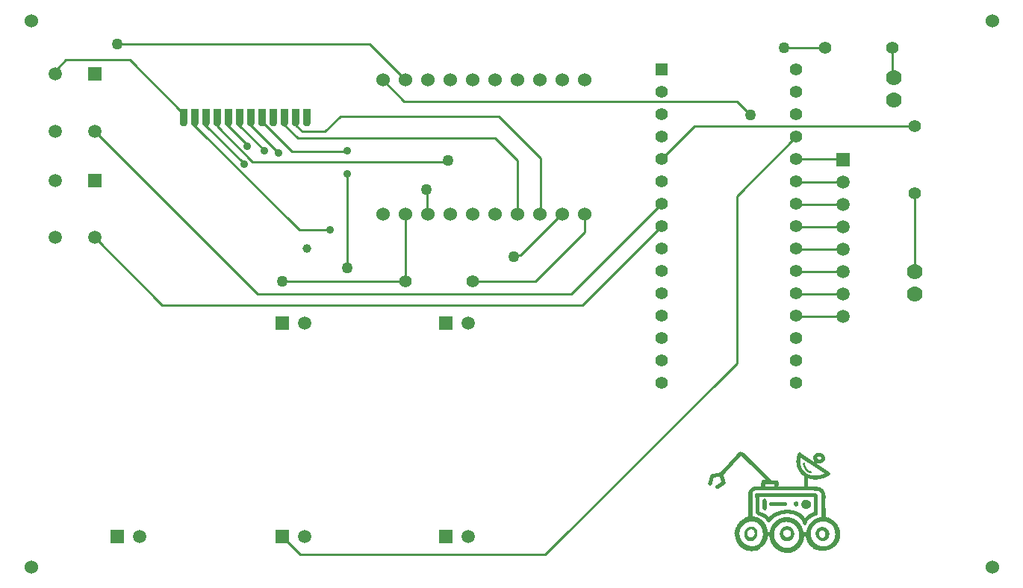
<source format=gtl>
G04*
G04 #@! TF.GenerationSoftware,Altium Limited,Altium Designer,22.5.1 (42)*
G04*
G04 Layer_Physical_Order=1*
G04 Layer_Color=255*
%FSLAX44Y44*%
%MOMM*%
G71*
G04*
G04 #@! TF.SameCoordinates,F454D157-5862-40AE-A1D1-AFC40103AF1A*
G04*
G04*
G04 #@! TF.FilePolarity,Positive*
G04*
G01*
G75*
%ADD13C,0.2540*%
%ADD15C,0.0254*%
%ADD23C,1.4140*%
%ADD24R,1.4140X1.4140*%
%ADD30C,1.5000*%
%ADD31R,1.5000X1.5000*%
%ADD32C,1.4980*%
%ADD33R,1.4980X1.4980*%
%ADD34C,1.4000*%
%ADD35C,1.5240*%
%ADD36R,1.5000X1.5000*%
%ADD37C,1.7780*%
%ADD38C,1.0000*%
%ADD39C,1.2700*%
%ADD40C,0.9000*%
G36*
X338141Y525511D02*
Y525117D01*
X337987Y524344D01*
X337685Y523616D01*
X337248Y522961D01*
X336690Y522404D01*
X336035Y521966D01*
X335307Y521665D01*
X334534Y521511D01*
X333747D01*
X332974Y521665D01*
X332246Y521966D01*
X331591Y522404D01*
X331034Y522961D01*
X330596Y523616D01*
X330294Y524344D01*
X330140Y525117D01*
Y525511D01*
Y541511D01*
X338141D01*
Y525511D01*
D02*
G37*
G36*
X325441D02*
Y525117D01*
X325287Y524344D01*
X324985Y523616D01*
X324548Y522961D01*
X323990Y522404D01*
X323335Y521966D01*
X322607Y521665D01*
X321834Y521511D01*
X321047D01*
X320274Y521665D01*
X319546Y521966D01*
X318891Y522404D01*
X318333Y522961D01*
X317896Y523616D01*
X317594Y524344D01*
X317440Y525117D01*
Y525511D01*
Y541511D01*
X325441D01*
Y525511D01*
D02*
G37*
G36*
X312741D02*
Y525117D01*
X312587Y524344D01*
X312285Y523616D01*
X311848Y522961D01*
X311290Y522404D01*
X310635Y521966D01*
X309907Y521665D01*
X309135Y521511D01*
X308347D01*
X307574Y521665D01*
X306846Y521966D01*
X306191Y522404D01*
X305634Y522961D01*
X305196Y523616D01*
X304894Y524344D01*
X304741Y525117D01*
Y525511D01*
Y541511D01*
X312741D01*
Y525511D01*
D02*
G37*
G36*
X300041D02*
Y525117D01*
X299887Y524344D01*
X299585Y523616D01*
X299148Y522961D01*
X298590Y522404D01*
X297935Y521966D01*
X297207Y521665D01*
X296434Y521511D01*
X295647D01*
X294874Y521665D01*
X294146Y521966D01*
X293491Y522404D01*
X292934Y522961D01*
X292496Y523616D01*
X292194Y524344D01*
X292041Y525117D01*
Y525511D01*
Y541511D01*
X300041D01*
Y525511D01*
D02*
G37*
G36*
X287341D02*
Y525117D01*
X287187Y524344D01*
X286885Y523616D01*
X286448Y522961D01*
X285890Y522404D01*
X285235Y521966D01*
X284507Y521665D01*
X283734Y521511D01*
X282947D01*
X282174Y521665D01*
X281446Y521966D01*
X280791Y522404D01*
X280233Y522961D01*
X279796Y523616D01*
X279494Y524344D01*
X279340Y525117D01*
Y525511D01*
Y541511D01*
X287341D01*
Y525511D01*
D02*
G37*
G36*
X274641D02*
Y525117D01*
X274487Y524344D01*
X274185Y523616D01*
X273748Y522961D01*
X273190Y522404D01*
X272535Y521966D01*
X271807Y521665D01*
X271035Y521511D01*
X270247D01*
X269474Y521665D01*
X268746Y521966D01*
X268091Y522404D01*
X267533Y522961D01*
X267096Y523616D01*
X266794Y524344D01*
X266640Y525117D01*
Y525511D01*
Y541511D01*
X274641D01*
Y525511D01*
D02*
G37*
G36*
X261941D02*
Y525117D01*
X261787Y524344D01*
X261485Y523616D01*
X261048Y522961D01*
X260490Y522404D01*
X259835Y521966D01*
X259107Y521665D01*
X258335Y521511D01*
X257547D01*
X256774Y521665D01*
X256046Y521966D01*
X255391Y522404D01*
X254834Y522961D01*
X254396Y523616D01*
X254094Y524344D01*
X253941Y525117D01*
Y525511D01*
Y541511D01*
X261941D01*
Y525511D01*
D02*
G37*
G36*
X249241D02*
Y525117D01*
X249087Y524344D01*
X248785Y523616D01*
X248348Y522961D01*
X247790Y522404D01*
X247135Y521966D01*
X246407Y521665D01*
X245634Y521511D01*
X244847D01*
X244074Y521665D01*
X243346Y521966D01*
X242691Y522404D01*
X242134Y522961D01*
X241696Y523616D01*
X241394Y524344D01*
X241241Y525117D01*
Y525511D01*
Y541511D01*
X249241D01*
Y525511D01*
D02*
G37*
G36*
X236541D02*
Y525117D01*
X236387Y524344D01*
X236085Y523616D01*
X235648Y522961D01*
X235090Y522404D01*
X234435Y521966D01*
X233707Y521665D01*
X232934Y521511D01*
X232147D01*
X231374Y521665D01*
X230646Y521966D01*
X229991Y522404D01*
X229433Y522961D01*
X228996Y523616D01*
X228694Y524344D01*
X228540Y525117D01*
Y525511D01*
Y541511D01*
X236541D01*
Y525511D01*
D02*
G37*
G36*
X223841D02*
Y525117D01*
X223687Y524344D01*
X223385Y523616D01*
X222948Y522961D01*
X222390Y522404D01*
X221735Y521966D01*
X221007Y521665D01*
X220235Y521511D01*
X219447D01*
X218674Y521665D01*
X217946Y521966D01*
X217291Y522404D01*
X216733Y522961D01*
X216296Y523616D01*
X215994Y524344D01*
X215840Y525117D01*
Y525511D01*
Y541511D01*
X223841D01*
Y525511D01*
D02*
G37*
G36*
X211141D02*
Y525117D01*
X210987Y524344D01*
X210685Y523616D01*
X210248Y522961D01*
X209690Y522404D01*
X209035Y521966D01*
X208307Y521665D01*
X207535Y521511D01*
X206747D01*
X205974Y521665D01*
X205246Y521966D01*
X204591Y522404D01*
X204034Y522961D01*
X203596Y523616D01*
X203294Y524344D01*
X203141Y525117D01*
Y525511D01*
Y541511D01*
X211141D01*
Y525511D01*
D02*
G37*
G36*
X198441D02*
Y525117D01*
X198287Y524344D01*
X197985Y523616D01*
X197548Y522961D01*
X196990Y522404D01*
X196335Y521966D01*
X195607Y521665D01*
X194834Y521511D01*
X194047D01*
X193274Y521665D01*
X192546Y521966D01*
X191891Y522404D01*
X191334Y522961D01*
X190896Y523616D01*
X190594Y524344D01*
X190441Y525117D01*
Y525511D01*
Y541511D01*
X198441D01*
Y525511D01*
D02*
G37*
G36*
X826637Y152324D02*
X828059D01*
Y152040D01*
X828628D01*
Y151756D01*
X828912D01*
Y151471D01*
X829196D01*
Y151187D01*
X829765D01*
Y150903D01*
X830049D01*
Y150618D01*
X830334D01*
Y150334D01*
X830618D01*
Y150050D01*
X830902D01*
Y149765D01*
X831187D01*
Y149481D01*
X831471D01*
Y149197D01*
X831755D01*
Y148912D01*
X832040D01*
Y148628D01*
X832324D01*
Y148344D01*
X832608D01*
Y148059D01*
X832893D01*
Y147775D01*
X833177D01*
Y147491D01*
X833461D01*
Y147206D01*
X833745D01*
Y146922D01*
X834030D01*
Y146638D01*
X834314D01*
Y146353D01*
X834598D01*
Y146069D01*
X834883D01*
Y145785D01*
X835167D01*
Y145500D01*
X835452D01*
Y145216D01*
X835736D01*
Y144932D01*
X836020D01*
Y144647D01*
X836304D01*
Y144363D01*
X836589D01*
Y144079D01*
X836873D01*
Y143794D01*
X837158D01*
Y143510D01*
X837442D01*
Y143226D01*
X837726D01*
Y142941D01*
X838010D01*
Y142657D01*
X838295D01*
Y142373D01*
X838579D01*
Y142088D01*
X838863D01*
Y141804D01*
X839148D01*
Y141520D01*
X839432D01*
Y141235D01*
X839716D01*
Y140951D01*
X840001D01*
Y140667D01*
X840285D01*
Y140382D01*
X840569D01*
Y140098D01*
X840854D01*
Y139814D01*
X841422D01*
Y139529D01*
X841707D01*
Y139245D01*
X841991D01*
Y138961D01*
X842275D01*
Y138676D01*
X842560D01*
Y138392D01*
X842844D01*
Y138108D01*
X843128D01*
Y137823D01*
X843413D01*
Y137539D01*
X843697D01*
Y137255D01*
X843981D01*
Y136971D01*
X844266D01*
Y136686D01*
X844550D01*
Y136402D01*
X844834D01*
Y136117D01*
X845119D01*
Y135833D01*
X845403D01*
Y135549D01*
X845687D01*
Y135265D01*
X845972D01*
Y134980D01*
X846256D01*
Y134696D01*
X846540D01*
Y134411D01*
X846825D01*
Y134127D01*
X847109D01*
Y133843D01*
X847393D01*
Y133559D01*
X847678D01*
Y133274D01*
X847962D01*
Y132990D01*
X848246D01*
Y132705D01*
X848531D01*
Y132421D01*
X848815D01*
Y132137D01*
X849099D01*
Y131853D01*
X849384D01*
Y131568D01*
X849668D01*
Y131284D01*
X849952D01*
Y131000D01*
X850237D01*
Y130715D01*
X850521D01*
Y130431D01*
X850805D01*
Y130147D01*
X851090D01*
Y129862D01*
X851374D01*
Y129578D01*
X851658D01*
Y129294D01*
X851943D01*
Y129009D01*
X852227D01*
Y128725D01*
X852795D01*
Y128441D01*
X853080D01*
Y128156D01*
X853364D01*
Y127872D01*
X853649D01*
Y127588D01*
X853933D01*
Y127303D01*
X854217D01*
Y127019D01*
X854501D01*
Y126735D01*
X854786D01*
Y126450D01*
X855070D01*
Y126166D01*
X855355D01*
Y125882D01*
X855639D01*
Y125597D01*
X855923D01*
Y125313D01*
X856208D01*
Y125029D01*
X856492D01*
Y124744D01*
X856776D01*
Y124460D01*
X857060D01*
Y124176D01*
X857345D01*
Y123891D01*
X857629D01*
Y123607D01*
X857913D01*
Y123323D01*
X858198D01*
Y123038D01*
X858482D01*
Y122754D01*
X858766D01*
Y122470D01*
X859051D01*
Y122185D01*
X859335D01*
Y121901D01*
X859619D01*
Y121617D01*
X859904D01*
Y121332D01*
X860188D01*
Y121048D01*
X860472D01*
Y120764D01*
X860757D01*
Y120479D01*
X861041D01*
Y120195D01*
X861325D01*
Y119911D01*
X866728D01*
Y119626D01*
X867865D01*
Y119342D01*
X868149D01*
Y119058D01*
X868434D01*
Y118773D01*
X868718D01*
Y117921D01*
X869002D01*
Y113940D01*
X868718D01*
Y113087D01*
X892886D01*
Y112802D01*
X898288D01*
Y124460D01*
X898004D01*
Y124744D01*
X897435D01*
Y125029D01*
X897151D01*
Y125313D01*
X896866D01*
Y125597D01*
X896298D01*
Y125882D01*
X896013D01*
Y126166D01*
X895729D01*
Y126450D01*
X895445D01*
Y126735D01*
X895160D01*
Y127019D01*
X894876D01*
Y127303D01*
X894592D01*
Y127588D01*
X894307D01*
Y127872D01*
X894023D01*
Y128156D01*
X893739D01*
Y128725D01*
X893455D01*
Y129009D01*
X893170D01*
Y129294D01*
X892886D01*
Y129862D01*
X892601D01*
Y130147D01*
X892317D01*
Y130715D01*
X892033D01*
Y131284D01*
X891749D01*
Y131853D01*
X891464D01*
Y132421D01*
X891180D01*
Y132990D01*
X890895D01*
Y133559D01*
X890611D01*
Y134411D01*
X890327D01*
Y135265D01*
X890042D01*
Y136402D01*
X889758D01*
Y137823D01*
X889474D01*
Y140382D01*
X889190D01*
Y142657D01*
X889474D01*
Y145216D01*
X889758D01*
Y146922D01*
X890042D01*
Y148059D01*
X890327D01*
Y148912D01*
X890611D01*
Y149765D01*
X890895D01*
Y150618D01*
X891180D01*
Y150903D01*
X891464D01*
Y151471D01*
X892033D01*
Y151756D01*
X892601D01*
Y152040D01*
X893455D01*
Y151756D01*
X894307D01*
Y151471D01*
X894592D01*
Y151187D01*
X894876D01*
Y150618D01*
X895160D01*
Y150334D01*
X895445D01*
Y150050D01*
X895729D01*
Y149765D01*
X896298D01*
Y149481D01*
X896582D01*
Y149197D01*
X897151D01*
Y148912D01*
X897435D01*
Y148628D01*
X898004D01*
Y148344D01*
X898288D01*
Y148059D01*
X898857D01*
Y147775D01*
X899141D01*
Y147491D01*
X899710D01*
Y147206D01*
X899994D01*
Y146922D01*
X900563D01*
Y146638D01*
X900847D01*
Y146353D01*
X901416D01*
Y146069D01*
X901700D01*
Y145785D01*
X902269D01*
Y145500D01*
X902553D01*
Y145216D01*
X903122D01*
Y144932D01*
X903406D01*
Y144647D01*
X903975D01*
Y144363D01*
X904259D01*
Y144079D01*
X904828D01*
Y143794D01*
X905112D01*
Y143510D01*
X905681D01*
Y143226D01*
X905965D01*
Y142941D01*
X906534D01*
Y142657D01*
X906818D01*
Y142373D01*
X907387D01*
Y142088D01*
X907671D01*
Y141804D01*
X908240D01*
Y141520D01*
X908524D01*
Y141235D01*
X909092D01*
Y141520D01*
X909377D01*
Y142373D01*
X909092D01*
Y142657D01*
X908808D01*
Y143226D01*
X908524D01*
Y144363D01*
X908240D01*
Y146353D01*
X908524D01*
Y147491D01*
X908808D01*
Y148059D01*
X909092D01*
Y148628D01*
X909377D01*
Y148912D01*
X909661D01*
Y149197D01*
X909946D01*
Y149481D01*
X910230D01*
Y149765D01*
X910514D01*
Y150050D01*
X910798D01*
Y150334D01*
X911367D01*
Y150618D01*
X911936D01*
Y150903D01*
X912789D01*
Y151187D01*
X913926D01*
Y151471D01*
X915916D01*
Y151187D01*
X917054D01*
Y150903D01*
X917907D01*
Y150618D01*
X918475D01*
Y150334D01*
X919044D01*
Y150050D01*
X919328D01*
Y149765D01*
X919897D01*
Y149481D01*
X920181D01*
Y149197D01*
X920466D01*
Y148628D01*
X920750D01*
Y148344D01*
X921034D01*
Y147775D01*
X921319D01*
Y147206D01*
X921603D01*
Y146353D01*
X921887D01*
Y144079D01*
X921603D01*
Y142941D01*
X921319D01*
Y142373D01*
X921034D01*
Y142088D01*
X920750D01*
Y141520D01*
X920466D01*
Y141235D01*
X920181D01*
Y140951D01*
X919897D01*
Y140667D01*
X919328D01*
Y140382D01*
X919044D01*
Y140098D01*
X918475D01*
Y139814D01*
X917907D01*
Y139529D01*
X917054D01*
Y139245D01*
X913357D01*
Y139529D01*
X912505D01*
Y138676D01*
X912789D01*
Y138392D01*
X913357D01*
Y138108D01*
X913642D01*
Y137823D01*
X914210D01*
Y137539D01*
X914495D01*
Y137255D01*
X915063D01*
Y136971D01*
X915348D01*
Y136686D01*
X915916D01*
Y136402D01*
X916201D01*
Y136117D01*
X916769D01*
Y135833D01*
X917054D01*
Y135549D01*
X917622D01*
Y135265D01*
X917907D01*
Y134980D01*
X918475D01*
Y134696D01*
X918760D01*
Y134411D01*
X919328D01*
Y134127D01*
X919613D01*
Y133843D01*
X920181D01*
Y133559D01*
X920466D01*
Y133274D01*
X921034D01*
Y132990D01*
X921319D01*
Y132705D01*
X921887D01*
Y132421D01*
X922172D01*
Y132137D01*
X922740D01*
Y131853D01*
X923025D01*
Y131568D01*
X923593D01*
Y131284D01*
X923878D01*
Y131000D01*
X924446D01*
Y130715D01*
X924731D01*
Y130431D01*
X925015D01*
Y130147D01*
X925584D01*
Y129862D01*
X926152D01*
Y129578D01*
X926437D01*
Y129294D01*
X926721D01*
Y129009D01*
X927005D01*
Y128725D01*
X927290D01*
Y128441D01*
X927574D01*
Y127872D01*
X927858D01*
Y127588D01*
X927574D01*
Y126735D01*
X927290D01*
Y126166D01*
X927005D01*
Y125882D01*
X926721D01*
Y125597D01*
X926437D01*
Y125313D01*
X925868D01*
Y125029D01*
X925584D01*
Y124744D01*
X925015D01*
Y124460D01*
X924446D01*
Y124176D01*
X923878D01*
Y123891D01*
X923309D01*
Y123607D01*
X922740D01*
Y123323D01*
X922172D01*
Y123038D01*
X921319D01*
Y122754D01*
X920750D01*
Y122470D01*
X919897D01*
Y122185D01*
X919044D01*
Y121901D01*
X917907D01*
Y121617D01*
X916769D01*
Y121332D01*
X915348D01*
Y121048D01*
X913073D01*
Y120764D01*
X908524D01*
Y121048D01*
X906249D01*
Y121332D01*
X905112D01*
Y121617D01*
X903975D01*
Y121901D01*
X903122D01*
Y122185D01*
X902837D01*
Y121901D01*
X902553D01*
Y121617D01*
X902837D01*
Y112802D01*
X913357D01*
Y112518D01*
X915063D01*
Y112234D01*
X915916D01*
Y111950D01*
X916485D01*
Y111665D01*
X917054D01*
Y111381D01*
X917622D01*
Y111097D01*
X917907D01*
Y110812D01*
X918475D01*
Y110528D01*
X918760D01*
Y110244D01*
X919044D01*
Y109959D01*
X919328D01*
Y109675D01*
X919613D01*
Y109391D01*
X919897D01*
Y109106D01*
X920181D01*
Y108538D01*
X920466D01*
Y108253D01*
X920750D01*
Y107685D01*
X921034D01*
Y107116D01*
X921319D01*
Y106547D01*
X921603D01*
Y105694D01*
X921887D01*
Y104841D01*
X922172D01*
Y103135D01*
X922456D01*
Y99439D01*
X922172D01*
Y88350D01*
X922456D01*
Y80673D01*
X922740D01*
Y80389D01*
X922456D01*
Y79252D01*
X922740D01*
Y78683D01*
X922456D01*
Y78399D01*
X923593D01*
Y78115D01*
X924731D01*
Y77830D01*
X925584D01*
Y77546D01*
X926152D01*
Y77262D01*
X927005D01*
Y76977D01*
X927574D01*
Y76693D01*
X927858D01*
Y76977D01*
X928427D01*
Y76693D01*
X928142D01*
Y76409D01*
X928427D01*
Y76124D01*
X928996D01*
Y75840D01*
X929564D01*
Y75556D01*
X929848D01*
Y75271D01*
X930133D01*
Y74987D01*
X930702D01*
Y74703D01*
X930986D01*
Y74418D01*
X931270D01*
Y74134D01*
X932123D01*
Y72997D01*
X933260D01*
Y72712D01*
X933545D01*
Y72428D01*
X933829D01*
Y71575D01*
X934682D01*
Y71006D01*
X934966D01*
Y70722D01*
X935251D01*
Y70438D01*
X935535D01*
Y69869D01*
X935819D01*
Y69585D01*
X936104D01*
Y69300D01*
X935819D01*
Y69016D01*
X936388D01*
Y68732D01*
X936672D01*
Y68163D01*
X936957D01*
Y67879D01*
X936672D01*
Y67594D01*
X937241D01*
Y67310D01*
X937525D01*
Y66741D01*
X937241D01*
Y66457D01*
X937810D01*
Y65888D01*
X938094D01*
Y65035D01*
X938378D01*
Y64182D01*
X938663D01*
Y63329D01*
X938947D01*
Y61908D01*
X939231D01*
Y60486D01*
X938663D01*
Y60202D01*
X938947D01*
Y59633D01*
X939231D01*
Y57927D01*
X938947D01*
Y57074D01*
X939231D01*
Y55652D01*
X938947D01*
Y54515D01*
X938663D01*
Y53662D01*
X938378D01*
Y53378D01*
X938094D01*
Y53094D01*
X938378D01*
Y52525D01*
X938094D01*
Y51956D01*
X937810D01*
Y51388D01*
X937525D01*
Y50535D01*
X937241D01*
Y50250D01*
X936672D01*
Y49966D01*
X936957D01*
Y49682D01*
X936388D01*
Y49397D01*
X936672D01*
Y49113D01*
X936388D01*
Y48829D01*
X935819D01*
Y48544D01*
X936104D01*
Y48260D01*
X935819D01*
Y47691D01*
X935535D01*
Y47407D01*
X935251D01*
Y47123D01*
X934966D01*
Y46838D01*
X934398D01*
Y46270D01*
X934113D01*
Y45985D01*
X933545D01*
Y45701D01*
X933829D01*
Y45417D01*
X933545D01*
Y45132D01*
X933260D01*
Y44848D01*
X932976D01*
Y44564D01*
X932408D01*
Y44279D01*
X932123D01*
Y43995D01*
X931270D01*
Y43426D01*
X930986D01*
Y43142D01*
X930702D01*
Y43426D01*
X930417D01*
Y42858D01*
X928996D01*
Y42573D01*
X928711D01*
Y42289D01*
X928142D01*
Y42005D01*
X927574D01*
Y41720D01*
X926721D01*
Y41436D01*
X925868D01*
Y41152D01*
X925015D01*
Y40868D01*
X923593D01*
Y40583D01*
X922172D01*
Y40299D01*
X919613D01*
Y40015D01*
X917338D01*
Y40299D01*
X915348D01*
Y40583D01*
X913926D01*
Y40868D01*
X913073D01*
Y41152D01*
X912220D01*
Y41436D01*
X910798D01*
Y41720D01*
X910230D01*
Y42005D01*
X909377D01*
Y42289D01*
X908524D01*
Y42573D01*
X908240D01*
Y42858D01*
X908524D01*
Y43142D01*
X907671D01*
Y43711D01*
X907102D01*
Y43995D01*
X906534D01*
Y44279D01*
X906249D01*
Y44564D01*
X905965D01*
Y44848D01*
X905681D01*
Y45132D01*
X905396D01*
Y45417D01*
X905112D01*
Y45701D01*
X904828D01*
Y45985D01*
X905112D01*
Y46270D01*
X904828D01*
Y46554D01*
X904543D01*
Y46270D01*
X904259D01*
Y46554D01*
X903975D01*
Y46838D01*
X904259D01*
Y47407D01*
X903975D01*
Y47123D01*
X903690D01*
Y47407D01*
X903406D01*
Y47691D01*
X903122D01*
Y48260D01*
X902837D01*
Y48544D01*
X903122D01*
Y48829D01*
X902553D01*
Y49113D01*
X902269D01*
Y49682D01*
X901984D01*
Y49966D01*
X902269D01*
Y50250D01*
X901700D01*
Y50819D01*
X901416D01*
Y51672D01*
X901131D01*
Y52241D01*
X900847D01*
Y53094D01*
X900563D01*
Y53947D01*
X900847D01*
Y54231D01*
X900563D01*
Y54515D01*
X900278D01*
Y55368D01*
X899994D01*
Y56505D01*
X898288D01*
Y54800D01*
X898004D01*
Y54515D01*
X897719D01*
Y54231D01*
X897435D01*
Y53947D01*
X898004D01*
Y53094D01*
X897719D01*
Y51956D01*
X897435D01*
Y51388D01*
X897151D01*
Y51103D01*
X896866D01*
Y50819D01*
X897151D01*
Y50250D01*
X896866D01*
Y49682D01*
X896582D01*
Y49113D01*
X896298D01*
Y48544D01*
X896013D01*
Y47976D01*
X895729D01*
Y47407D01*
X895445D01*
Y47123D01*
X895160D01*
Y46554D01*
X894876D01*
Y46270D01*
X894592D01*
Y45701D01*
X894307D01*
Y45417D01*
X894023D01*
Y45132D01*
X893739D01*
Y44564D01*
X893170D01*
Y43995D01*
X892886D01*
Y43711D01*
X892601D01*
Y43426D01*
X892317D01*
Y43142D01*
X892033D01*
Y42858D01*
X891749D01*
Y42573D01*
X891464D01*
Y42289D01*
X891180D01*
Y42573D01*
X890895D01*
Y41720D01*
X890327D01*
Y41436D01*
X890042D01*
Y41152D01*
X889758D01*
Y40868D01*
X888905D01*
Y40583D01*
X888337D01*
Y40015D01*
X887768D01*
Y39730D01*
X887199D01*
Y39446D01*
X886915D01*
Y39162D01*
X886346D01*
Y39446D01*
X886062D01*
Y39162D01*
X885493D01*
Y38593D01*
X885209D01*
Y38877D01*
X884925D01*
Y38593D01*
X884356D01*
Y38308D01*
X883787D01*
Y38024D01*
X882934D01*
Y37740D01*
X880944D01*
Y37455D01*
X876963D01*
Y38024D01*
X874973D01*
Y38308D01*
X873836D01*
Y38593D01*
X872983D01*
Y38877D01*
X872130D01*
Y39162D01*
X871277D01*
Y39446D01*
X870708D01*
Y39730D01*
X869855D01*
Y40015D01*
X869571D01*
Y40299D01*
X869002D01*
Y40583D01*
X868434D01*
Y40868D01*
X868149D01*
Y41152D01*
X867581D01*
Y41436D01*
X867296D01*
Y41720D01*
X866728D01*
Y42005D01*
X866443D01*
Y42289D01*
X866159D01*
Y42573D01*
X865875D01*
Y42858D01*
X865590D01*
Y43142D01*
X865022D01*
Y43426D01*
X864737D01*
Y43995D01*
X864169D01*
Y44564D01*
X863884D01*
Y44848D01*
X863600D01*
Y45132D01*
X863316D01*
Y45417D01*
X863031D01*
Y45701D01*
X862747D01*
Y46270D01*
X862463D01*
Y46554D01*
X862178D01*
Y47123D01*
X861894D01*
Y47407D01*
X861610D01*
Y47976D01*
X861325D01*
Y48544D01*
X861041D01*
Y49113D01*
X860757D01*
Y49682D01*
X860472D01*
Y50250D01*
X860188D01*
Y51103D01*
X859904D01*
Y51672D01*
X859619D01*
Y52809D01*
X859335D01*
Y53947D01*
X859051D01*
Y55084D01*
X858766D01*
Y57074D01*
X857345D01*
Y56221D01*
X857060D01*
Y54515D01*
X856776D01*
Y53662D01*
X856492D01*
Y52809D01*
X856208D01*
Y51956D01*
X855923D01*
Y51388D01*
X855639D01*
Y50819D01*
X855355D01*
Y50250D01*
X855070D01*
Y49682D01*
X854786D01*
Y49397D01*
X854501D01*
Y48829D01*
X854217D01*
Y48544D01*
X853933D01*
Y47976D01*
X853649D01*
Y47691D01*
X853364D01*
Y47407D01*
X853080D01*
Y46838D01*
X852795D01*
Y46554D01*
X852511D01*
Y46270D01*
X852227D01*
Y45985D01*
X851943D01*
Y45701D01*
X851658D01*
Y45417D01*
X851374D01*
Y45132D01*
X850805D01*
Y44848D01*
X850521D01*
Y44564D01*
X850237D01*
Y44279D01*
X849952D01*
Y43995D01*
X849384D01*
Y43711D01*
X849099D01*
Y43426D01*
X848815D01*
Y43142D01*
X848531D01*
Y42858D01*
X848246D01*
Y42573D01*
X848531D01*
Y42289D01*
X848246D01*
Y42573D01*
X847962D01*
Y42289D01*
X847678D01*
Y42005D01*
X847393D01*
Y41720D01*
X846825D01*
Y41436D01*
X846540D01*
Y41152D01*
X846256D01*
Y40868D01*
X845687D01*
Y40583D01*
X842560D01*
Y40299D01*
X841422D01*
Y40015D01*
X839716D01*
Y39730D01*
X836873D01*
Y40015D01*
X834598D01*
Y40299D01*
X833461D01*
Y40583D01*
X832324D01*
Y40868D01*
X831471D01*
Y41152D01*
X830902D01*
Y41436D01*
X830334D01*
Y41720D01*
X829765D01*
Y42005D01*
X829196D01*
Y42289D01*
X828628D01*
Y42573D01*
X828343D01*
Y42858D01*
X827775D01*
Y43142D01*
X827490D01*
Y43426D01*
X827206D01*
Y43711D01*
X826637D01*
Y43995D01*
X826353D01*
Y44279D01*
X826069D01*
Y44564D01*
X825784D01*
Y44848D01*
X825500D01*
Y45132D01*
X825216D01*
Y45417D01*
X824931D01*
Y45701D01*
X824647D01*
Y45985D01*
X824363D01*
Y46270D01*
X824078D01*
Y46554D01*
X823794D01*
Y47123D01*
X823510D01*
Y47407D01*
X823225D01*
Y47691D01*
X822941D01*
Y48260D01*
X822657D01*
Y48829D01*
X822372D01*
Y49113D01*
X822088D01*
Y49682D01*
X821804D01*
Y50250D01*
X821519D01*
Y50819D01*
X821235D01*
Y51672D01*
X820951D01*
Y52525D01*
X820666D01*
Y53378D01*
X820382D01*
Y54515D01*
X820098D01*
Y56221D01*
X819813D01*
Y60202D01*
X819529D01*
Y59917D01*
X818960D01*
Y59633D01*
X818392D01*
Y60202D01*
X818676D01*
Y60486D01*
X819245D01*
Y61055D01*
X819813D01*
Y61908D01*
X819529D01*
Y63045D01*
X819813D01*
Y64182D01*
X820098D01*
Y65035D01*
X820666D01*
Y65320D01*
X820382D01*
Y65888D01*
X820666D01*
Y66457D01*
X820951D01*
Y67026D01*
X821519D01*
Y67310D01*
X821235D01*
Y67594D01*
X821804D01*
Y67879D01*
X821519D01*
Y68163D01*
X821804D01*
Y68732D01*
X822088D01*
Y69300D01*
X822372D01*
Y69585D01*
X822941D01*
Y69869D01*
X822657D01*
Y70153D01*
X822941D01*
Y70438D01*
X823225D01*
Y70722D01*
X823510D01*
Y71291D01*
X823794D01*
Y71575D01*
X824078D01*
Y71859D01*
X824363D01*
Y72428D01*
X824647D01*
Y72712D01*
X824931D01*
Y72997D01*
X825216D01*
Y73281D01*
X825500D01*
Y73565D01*
X825784D01*
Y73850D01*
X826069D01*
Y74134D01*
X826637D01*
Y74418D01*
X826922D01*
Y74987D01*
X827206D01*
Y75271D01*
X827775D01*
Y75556D01*
X828059D01*
Y75840D01*
X828343D01*
Y76124D01*
X829196D01*
Y76693D01*
X829481D01*
Y76977D01*
X830049D01*
Y77262D01*
X830902D01*
Y77546D01*
X831187D01*
Y77830D01*
X831471D01*
Y78115D01*
X832040D01*
Y78399D01*
X833177D01*
Y78683D01*
X833461D01*
Y78399D01*
X833745D01*
Y78967D01*
X834030D01*
Y79252D01*
X834314D01*
Y89488D01*
X834598D01*
Y95174D01*
X834314D01*
Y95743D01*
X834030D01*
Y96027D01*
X834598D01*
Y95743D01*
X834883D01*
Y100861D01*
X834598D01*
Y101145D01*
X834883D01*
Y101429D01*
X834598D01*
Y102567D01*
X834883D01*
Y103135D01*
X834598D01*
Y105979D01*
X834883D01*
Y106832D01*
X835167D01*
Y107969D01*
X835452D01*
Y108538D01*
X835736D01*
Y109106D01*
X836020D01*
Y109391D01*
X836589D01*
Y109675D01*
X836873D01*
Y109959D01*
X837158D01*
Y110244D01*
X837442D01*
Y110528D01*
X837726D01*
Y110812D01*
X838010D01*
Y111097D01*
X838579D01*
Y111381D01*
X838863D01*
Y111665D01*
X839148D01*
Y111950D01*
X839716D01*
Y112234D01*
X840285D01*
Y112518D01*
X840854D01*
Y112802D01*
X841707D01*
Y113087D01*
X843128D01*
Y113371D01*
X849384D01*
Y116783D01*
Y117067D01*
X849668D01*
Y118773D01*
X849952D01*
Y119342D01*
X850237D01*
Y119626D01*
X850521D01*
Y119911D01*
X850805D01*
Y120195D01*
X851943D01*
Y120479D01*
X853364D01*
Y120195D01*
X854786D01*
Y120479D01*
X854501D01*
Y120764D01*
X854217D01*
Y121048D01*
X853933D01*
Y121332D01*
X853649D01*
Y121617D01*
X853364D01*
Y121901D01*
X853080D01*
Y122185D01*
X852795D01*
Y122470D01*
X852511D01*
Y122754D01*
X852227D01*
Y123038D01*
X851943D01*
Y123323D01*
X851658D01*
Y123607D01*
X851374D01*
Y123891D01*
X851090D01*
Y124176D01*
X850805D01*
Y124460D01*
X850521D01*
Y124744D01*
X850237D01*
Y125029D01*
X849952D01*
Y125313D01*
X849668D01*
Y125597D01*
X849384D01*
Y125882D01*
X848815D01*
Y126166D01*
X848531D01*
Y126450D01*
X848246D01*
Y126735D01*
X847962D01*
Y127019D01*
X847678D01*
Y127303D01*
X847393D01*
Y127588D01*
X847109D01*
Y127872D01*
X846825D01*
Y128156D01*
X846540D01*
Y128441D01*
X846256D01*
Y128725D01*
X845972D01*
Y129009D01*
X845687D01*
Y129294D01*
X845403D01*
Y129578D01*
X845119D01*
Y129862D01*
X844834D01*
Y130147D01*
X844550D01*
Y130431D01*
X844266D01*
Y130715D01*
X843981D01*
Y131000D01*
X843697D01*
Y131284D01*
X843413D01*
Y131568D01*
X843128D01*
Y131853D01*
X842844D01*
Y132137D01*
X842560D01*
Y132421D01*
X842275D01*
Y132705D01*
X841991D01*
Y132990D01*
X841707D01*
Y133274D01*
X841422D01*
Y133559D01*
X841138D01*
Y133843D01*
X840854D01*
Y134127D01*
X840569D01*
Y134411D01*
X840285D01*
Y134696D01*
X840001D01*
Y134980D01*
X839716D01*
Y135265D01*
X839432D01*
Y135549D01*
X839148D01*
Y135833D01*
X838863D01*
Y136117D01*
X838579D01*
Y136402D01*
X838295D01*
Y136686D01*
X838010D01*
Y136971D01*
X837726D01*
Y137255D01*
X837442D01*
Y137539D01*
X837158D01*
Y137823D01*
X836589D01*
Y138108D01*
X836304D01*
Y138392D01*
X836020D01*
Y138676D01*
X835736D01*
Y138961D01*
X835452D01*
Y139245D01*
X835167D01*
Y139529D01*
X834883D01*
Y139814D01*
X834598D01*
Y140098D01*
X834314D01*
Y140382D01*
X834030D01*
Y140667D01*
X833745D01*
Y140951D01*
X833461D01*
Y141235D01*
X833177D01*
Y141520D01*
X832893D01*
Y141804D01*
X832608D01*
Y142088D01*
X832324D01*
Y142373D01*
X832040D01*
Y142657D01*
X831755D01*
Y142941D01*
X831471D01*
Y143226D01*
X831187D01*
Y143510D01*
X830902D01*
Y143794D01*
X830618D01*
Y144079D01*
X830334D01*
Y144363D01*
X830049D01*
Y144647D01*
X829765D01*
Y144932D01*
X829481D01*
Y145216D01*
X829196D01*
Y145500D01*
X828912D01*
Y145785D01*
X828628D01*
Y146069D01*
X828343D01*
Y146353D01*
X828059D01*
Y146638D01*
X827775D01*
Y146922D01*
X827490D01*
Y147206D01*
X827206D01*
Y147491D01*
X826922D01*
Y147775D01*
X826353D01*
Y147491D01*
X826069D01*
Y147206D01*
X825784D01*
Y146922D01*
X825500D01*
Y146638D01*
X825216D01*
Y146353D01*
X824931D01*
Y146069D01*
X824647D01*
Y145785D01*
X824363D01*
Y145500D01*
X824078D01*
Y145216D01*
X823794D01*
Y144647D01*
X823510D01*
Y144363D01*
X823225D01*
Y144079D01*
X822941D01*
Y143794D01*
X822657D01*
Y143510D01*
X822372D01*
Y143226D01*
X822088D01*
Y142941D01*
X821804D01*
Y142657D01*
X821519D01*
Y142373D01*
X821235D01*
Y142088D01*
X820951D01*
Y141520D01*
X820666D01*
Y141235D01*
X820382D01*
Y140951D01*
X820098D01*
Y140667D01*
X819813D01*
Y140382D01*
X819529D01*
Y140098D01*
X819245D01*
Y139814D01*
X818960D01*
Y139529D01*
X818676D01*
Y139245D01*
X818392D01*
Y138961D01*
X818108D01*
Y138676D01*
X817823D01*
Y138108D01*
X817539D01*
Y137823D01*
X817254D01*
Y137539D01*
X816970D01*
Y137255D01*
X816686D01*
Y136971D01*
X816402D01*
Y136686D01*
X816117D01*
Y136402D01*
X815833D01*
Y136117D01*
X815548D01*
Y135833D01*
X815264D01*
Y135549D01*
X814980D01*
Y135265D01*
X814696D01*
Y134696D01*
X814411D01*
Y134411D01*
X814127D01*
Y134127D01*
X813842D01*
Y133843D01*
X813558D01*
Y133559D01*
X813274D01*
Y133274D01*
X812990D01*
Y132990D01*
X812705D01*
Y132705D01*
X812421D01*
Y132421D01*
X812137D01*
Y131853D01*
X811852D01*
Y131568D01*
X811568D01*
Y131284D01*
X811284D01*
Y131000D01*
X810999D01*
Y130715D01*
X810715D01*
Y130431D01*
X810431D01*
Y130147D01*
X810146D01*
Y129862D01*
X809862D01*
Y129578D01*
X809578D01*
Y129294D01*
X809293D01*
Y129009D01*
X809009D01*
Y128441D01*
X808725D01*
Y128156D01*
X808440D01*
Y127872D01*
X808156D01*
Y127588D01*
X807872D01*
Y127303D01*
X807587D01*
Y127019D01*
X807303D01*
Y126735D01*
X807019D01*
Y126450D01*
X806734D01*
Y126166D01*
X806450D01*
Y125313D01*
X806734D01*
Y124460D01*
X807019D01*
Y123607D01*
X807303D01*
Y122754D01*
X807587D01*
Y121901D01*
X807872D01*
Y121048D01*
X808156D01*
Y120195D01*
X808440D01*
Y119342D01*
X808725D01*
Y118489D01*
X809009D01*
Y117636D01*
X809293D01*
Y117067D01*
X809009D01*
Y116215D01*
X808725D01*
Y115930D01*
X808440D01*
Y115646D01*
X808156D01*
Y115361D01*
X807872D01*
Y115077D01*
X807303D01*
Y114793D01*
X807019D01*
Y114508D01*
X806734D01*
Y114224D01*
X806166D01*
Y113940D01*
X805881D01*
Y113656D01*
X805313D01*
Y113371D01*
X805028D01*
Y113087D01*
X804460D01*
Y112802D01*
X804175D01*
Y112518D01*
X803607D01*
Y112234D01*
X803322D01*
Y111950D01*
X802754D01*
Y111665D01*
X802469D01*
Y111381D01*
X801901D01*
Y111097D01*
X801616D01*
Y110812D01*
X801048D01*
Y110528D01*
X800763D01*
Y110244D01*
X798773D01*
Y110528D01*
X798489D01*
Y110812D01*
X798204D01*
Y111097D01*
X797920D01*
Y111381D01*
X797636D01*
Y113656D01*
X797920D01*
Y113940D01*
X798204D01*
Y114224D01*
X798489D01*
Y114508D01*
X799057D01*
Y114793D01*
X799342D01*
Y115077D01*
X799910D01*
Y115361D01*
X800195D01*
Y115646D01*
X800763D01*
Y115930D01*
X801048D01*
Y116215D01*
X801616D01*
Y116499D01*
X801901D01*
Y116783D01*
X802469D01*
Y117067D01*
X802754D01*
Y117352D01*
X803322D01*
Y117636D01*
X803607D01*
Y117921D01*
X804175D01*
Y119058D01*
X803891D01*
Y119911D01*
X803607D01*
Y120479D01*
X803322D01*
Y121617D01*
X803038D01*
Y122470D01*
X802754D01*
Y123323D01*
X802469D01*
Y124176D01*
X801048D01*
Y123891D01*
X799910D01*
Y123607D01*
X798489D01*
Y123323D01*
X797067D01*
Y123038D01*
X795930D01*
Y122754D01*
X795361D01*
Y121901D01*
X795077D01*
Y120764D01*
X794792D01*
Y119626D01*
X794508D01*
Y118773D01*
X794224D01*
Y117636D01*
X793940D01*
Y116499D01*
X793655D01*
Y115646D01*
X793371D01*
Y115077D01*
X793087D01*
Y114793D01*
X792802D01*
Y114508D01*
X792234D01*
Y114224D01*
X790528D01*
Y114508D01*
X790243D01*
Y114793D01*
X789959D01*
Y115077D01*
X789675D01*
Y115361D01*
X789390D01*
Y117636D01*
X789675D01*
Y118773D01*
X789959D01*
Y119626D01*
X790243D01*
Y120764D01*
X790528D01*
Y121901D01*
X790812D01*
Y123038D01*
X791096D01*
Y124176D01*
X791381D01*
Y125029D01*
X791665D01*
Y125882D01*
X791949D01*
Y126166D01*
X792234D01*
Y126450D01*
X792518D01*
Y126735D01*
X792802D01*
Y127019D01*
X794792D01*
Y127303D01*
X795930D01*
Y127588D01*
X797352D01*
Y127872D01*
X798489D01*
Y128156D01*
X799910D01*
Y128441D01*
X801332D01*
Y128725D01*
X802469D01*
Y129009D01*
X803322D01*
Y129294D01*
X803607D01*
Y129578D01*
X803891D01*
Y129862D01*
X804175D01*
Y130147D01*
X804460D01*
Y130431D01*
X804744D01*
Y130715D01*
X805028D01*
Y131000D01*
X805313D01*
Y131284D01*
X805597D01*
Y131568D01*
X805881D01*
Y131853D01*
X806166D01*
Y132421D01*
X806450D01*
Y132705D01*
X806734D01*
Y132990D01*
X807019D01*
Y133274D01*
X807303D01*
Y133559D01*
X807587D01*
Y133843D01*
X807872D01*
Y134127D01*
X808156D01*
Y134411D01*
X808440D01*
Y134696D01*
X808725D01*
Y134980D01*
X809009D01*
Y135265D01*
X809293D01*
Y135833D01*
X809578D01*
Y136117D01*
X809862D01*
Y136402D01*
X810146D01*
Y136686D01*
X810431D01*
Y136971D01*
X810715D01*
Y137255D01*
X810999D01*
Y137539D01*
X811284D01*
Y137823D01*
X811568D01*
Y138108D01*
X811852D01*
Y138392D01*
X812137D01*
Y138676D01*
X812421D01*
Y139245D01*
X812705D01*
Y139529D01*
X812990D01*
Y139814D01*
X813274D01*
Y140098D01*
X813558D01*
Y140382D01*
X813842D01*
Y140667D01*
X814127D01*
Y140951D01*
X814411D01*
Y141235D01*
X814696D01*
Y141520D01*
X814980D01*
Y141804D01*
X815264D01*
Y142088D01*
X815548D01*
Y142657D01*
X815833D01*
Y142941D01*
X816117D01*
Y143226D01*
X816402D01*
Y143510D01*
X816686D01*
Y143794D01*
X816970D01*
Y144079D01*
X817254D01*
Y144363D01*
X817539D01*
Y144647D01*
X817823D01*
Y144932D01*
X818108D01*
Y145216D01*
X818392D01*
Y145785D01*
X818676D01*
Y146069D01*
X818960D01*
Y146353D01*
X819245D01*
Y146638D01*
X819529D01*
Y146922D01*
X819813D01*
Y147206D01*
X820098D01*
Y147491D01*
X820382D01*
Y147775D01*
X820666D01*
Y148059D01*
X820951D01*
Y148344D01*
X821235D01*
Y148628D01*
X821519D01*
Y149197D01*
X821804D01*
Y149481D01*
X822088D01*
Y149765D01*
X822372D01*
Y150050D01*
X822657D01*
Y150334D01*
X822941D01*
Y150618D01*
X823225D01*
Y150903D01*
X823510D01*
Y151187D01*
X823794D01*
Y151471D01*
X824078D01*
Y151756D01*
X824363D01*
Y152040D01*
X824647D01*
Y152324D01*
X825216D01*
Y152608D01*
X826637D01*
Y152324D01*
D02*
G37*
G36*
X925299Y78115D02*
X924731D01*
Y78399D01*
X925299D01*
Y78115D01*
D02*
G37*
G36*
X925868Y77830D02*
X925584D01*
Y78115D01*
X925868D01*
Y77830D01*
D02*
G37*
G36*
X927290Y77262D02*
X927005D01*
Y77546D01*
X927290D01*
Y77262D01*
D02*
G37*
G36*
X929848Y75840D02*
X929564D01*
Y76124D01*
X929848D01*
Y75840D01*
D02*
G37*
G36*
X931270Y74703D02*
X930986D01*
Y74987D01*
X931270D01*
Y74703D01*
D02*
G37*
G36*
X894876Y43711D02*
X894592D01*
Y43995D01*
X894876D01*
Y43711D01*
D02*
G37*
%LPC*%
G36*
X916201Y146922D02*
X913926D01*
Y146638D01*
X913357D01*
Y146353D01*
X913073D01*
Y146069D01*
X912789D01*
Y144932D01*
X913073D01*
Y144647D01*
X913357D01*
Y144363D01*
X913642D01*
Y144079D01*
X913926D01*
Y143794D01*
X914495D01*
Y143510D01*
X915916D01*
Y143794D01*
X916769D01*
Y144079D01*
X917054D01*
Y144363D01*
X917338D01*
Y144647D01*
Y145785D01*
X917054D01*
Y146353D01*
X916485D01*
Y146638D01*
X916201D01*
Y146922D01*
D02*
G37*
G36*
X894876Y145500D02*
X894023D01*
Y144079D01*
X893739D01*
Y138961D01*
X894023D01*
Y137255D01*
X894307D01*
Y136402D01*
X894592D01*
Y135549D01*
X894876D01*
Y134696D01*
X895160D01*
Y134127D01*
X895445D01*
Y133559D01*
X895729D01*
Y132990D01*
X896013D01*
Y132705D01*
X896298D01*
Y132137D01*
X896582D01*
Y131853D01*
X896866D01*
Y131568D01*
X897151D01*
Y131284D01*
Y131000D01*
X897435D01*
Y130715D01*
X897719D01*
Y130431D01*
X898004D01*
Y130147D01*
X898288D01*
Y129862D01*
X898572D01*
Y129578D01*
X898857D01*
Y129294D01*
X899141D01*
Y129009D01*
X899425D01*
Y128725D01*
X899994D01*
Y128441D01*
X900278D01*
Y128156D01*
X900847D01*
Y127872D01*
X901131D01*
Y127588D01*
X901700D01*
Y127303D01*
X902269D01*
Y127019D01*
X902837D01*
Y126735D01*
X903406D01*
Y126450D01*
X904259D01*
Y126166D01*
X905112D01*
Y125882D01*
X906249D01*
Y125597D01*
X907671D01*
Y125313D01*
X913926D01*
Y125597D01*
X915632D01*
Y125882D01*
X916769D01*
Y126166D01*
X917907D01*
Y126450D01*
X918760D01*
Y126735D01*
X919613D01*
Y127019D01*
X920181D01*
Y127303D01*
X920750D01*
Y127588D01*
X921034D01*
Y127872D01*
X920750D01*
Y128156D01*
X920181D01*
Y128441D01*
X919897D01*
Y128725D01*
X919328D01*
Y129009D01*
X919044D01*
Y129294D01*
X918475D01*
Y129578D01*
X918191D01*
Y129862D01*
X917622D01*
Y130147D01*
X917338D01*
Y130431D01*
X916769D01*
Y130715D01*
X916485D01*
Y131000D01*
X915916D01*
Y131284D01*
X915632D01*
Y131568D01*
X915063D01*
Y131853D01*
X914779D01*
Y132137D01*
X914210D01*
Y132421D01*
X913926D01*
Y132705D01*
X913357D01*
Y132990D01*
X913073D01*
Y133274D01*
X912505D01*
Y133559D01*
X912220D01*
Y133843D01*
X911652D01*
Y134127D01*
X911367D01*
Y134411D01*
X910798D01*
Y134696D01*
X910514D01*
Y134980D01*
X909946D01*
Y135265D01*
X909661D01*
Y135549D01*
X909092D01*
Y135833D01*
X908808D01*
Y136117D01*
X908240D01*
Y136402D01*
X907955D01*
Y136686D01*
X907387D01*
Y136971D01*
X907102D01*
Y137255D01*
X906534D01*
Y137539D01*
X906249D01*
Y137823D01*
X905681D01*
Y138108D01*
X905396D01*
Y138392D01*
X904828D01*
Y138676D01*
X904543D01*
Y138961D01*
X903975D01*
Y139245D01*
X903690D01*
Y139529D01*
X903122D01*
Y139814D01*
X902837D01*
Y140098D01*
X902269D01*
Y140382D01*
X901984D01*
Y140667D01*
X901416D01*
Y140951D01*
X901131D01*
Y141235D01*
X900563D01*
Y141520D01*
X900278D01*
Y141804D01*
X899994D01*
Y142088D01*
X899425D01*
Y142373D01*
X899141D01*
Y142657D01*
X898572D01*
Y142941D01*
X898004D01*
Y143226D01*
X897719D01*
Y143510D01*
X897435D01*
Y143794D01*
X896866D01*
Y144079D01*
X896582D01*
Y144363D01*
X896013D01*
Y144647D01*
X895729D01*
Y144932D01*
X895160D01*
Y145216D01*
X894876D01*
Y145500D01*
D02*
G37*
G36*
X855923Y115930D02*
X853933D01*
Y113087D01*
X864453D01*
Y115361D01*
X863600D01*
Y115646D01*
X855923D01*
Y115930D01*
D02*
G37*
G36*
X863031Y108822D02*
X843128D01*
Y108538D01*
X842560D01*
Y108253D01*
X841991D01*
Y107969D01*
X841422D01*
Y107685D01*
X840854D01*
Y107400D01*
X840569D01*
Y107116D01*
X840285D01*
Y106832D01*
X840001D01*
Y106263D01*
X839716D01*
Y79252D01*
X840001D01*
Y78967D01*
X842275D01*
Y78683D01*
X843697D01*
Y78399D01*
X844550D01*
Y78115D01*
X845403D01*
Y77830D01*
X845972D01*
Y77546D01*
X846825D01*
Y77262D01*
X847109D01*
Y76977D01*
X847678D01*
Y76693D01*
X848246D01*
Y76409D01*
X848531D01*
Y76124D01*
X849099D01*
Y75840D01*
X849384D01*
Y75556D01*
X849952D01*
Y75271D01*
X850237D01*
Y74987D01*
X850521D01*
Y74703D01*
X850805D01*
Y74418D01*
X851090D01*
Y74134D01*
X851374D01*
Y73850D01*
X851658D01*
Y73565D01*
X851943D01*
Y73281D01*
X852227D01*
Y72997D01*
X852511D01*
Y72712D01*
X852795D01*
Y72144D01*
X853080D01*
Y71859D01*
X853364D01*
Y71291D01*
X853649D01*
Y71006D01*
X853933D01*
Y70438D01*
X854217D01*
Y69869D01*
X854501D01*
Y69585D01*
X854786D01*
Y69016D01*
X855070D01*
Y68163D01*
X855355D01*
Y67594D01*
X855639D01*
Y66741D01*
X855923D01*
Y65888D01*
X856208D01*
Y65035D01*
X856492D01*
Y63898D01*
X856776D01*
Y62476D01*
X857060D01*
Y61623D01*
X859051D01*
Y61908D01*
X859335D01*
Y63045D01*
X859619D01*
Y64182D01*
X859904D01*
Y65035D01*
X860188D01*
Y65888D01*
X860472D01*
Y66457D01*
X860757D01*
Y67310D01*
X861041D01*
Y67879D01*
X861325D01*
Y68163D01*
X861610D01*
Y68732D01*
X861894D01*
Y69300D01*
X862178D01*
Y69585D01*
X862463D01*
Y69869D01*
Y70153D01*
X862747D01*
Y70438D01*
X863031D01*
Y71006D01*
X863316D01*
Y71291D01*
X863600D01*
Y71575D01*
X863884D01*
Y71859D01*
X864169D01*
Y72144D01*
X864453D01*
Y72428D01*
X864737D01*
Y72712D01*
X865022D01*
Y72997D01*
X865306D01*
Y73281D01*
X865590D01*
Y73565D01*
X865875D01*
Y73850D01*
X866159D01*
Y74134D01*
X866443D01*
Y74418D01*
X867012D01*
Y74703D01*
X867296D01*
Y74987D01*
X867865D01*
Y75271D01*
X868149D01*
Y75556D01*
X868718D01*
Y75840D01*
X869002D01*
Y76124D01*
X869571D01*
Y76409D01*
X870140D01*
Y76693D01*
X870993D01*
Y76977D01*
X871561D01*
Y77262D01*
X872414D01*
Y77546D01*
X873267D01*
Y77830D01*
X874689D01*
Y78115D01*
X876110D01*
Y78399D01*
X880375D01*
Y78115D01*
X882081D01*
Y77830D01*
X883219D01*
Y77546D01*
X884072D01*
Y77262D01*
X884925D01*
Y76977D01*
X885778D01*
Y76693D01*
X886346D01*
Y76409D01*
X886915D01*
Y76124D01*
X887484D01*
Y75840D01*
X887768D01*
Y75556D01*
X888337D01*
Y75271D01*
X888905D01*
Y74987D01*
X889190D01*
Y74703D01*
X889474D01*
Y74418D01*
X890042D01*
Y74134D01*
X890327D01*
Y73850D01*
X890611D01*
Y73565D01*
X890895D01*
Y73281D01*
X891180D01*
Y72997D01*
X891464D01*
Y72712D01*
X891749D01*
Y72428D01*
X892033D01*
Y72144D01*
X892317D01*
Y71859D01*
X892601D01*
Y71575D01*
X892886D01*
Y71291D01*
X893170D01*
Y70722D01*
X893455D01*
Y70438D01*
X893739D01*
Y70153D01*
X894023D01*
Y69585D01*
X894307D01*
Y69300D01*
X894592D01*
Y68732D01*
X894876D01*
Y68163D01*
X895160D01*
Y67879D01*
X895445D01*
Y67026D01*
X895729D01*
Y66457D01*
X896013D01*
Y65888D01*
X896298D01*
Y65035D01*
X896582D01*
Y64182D01*
X896866D01*
Y63329D01*
X897151D01*
Y61908D01*
X897435D01*
Y61623D01*
X900847D01*
Y62476D01*
X901131D01*
Y63614D01*
X901416D01*
Y64751D01*
X901700D01*
Y65604D01*
X901984D01*
Y66457D01*
X902269D01*
Y67026D01*
X902553D01*
Y67594D01*
X902837D01*
Y68163D01*
X903122D01*
Y68732D01*
X903406D01*
Y69300D01*
X903690D01*
Y69585D01*
X903975D01*
Y70153D01*
X904259D01*
Y70438D01*
X904543D01*
Y71006D01*
X904828D01*
Y71291D01*
X905112D01*
Y71575D01*
X905396D01*
Y71859D01*
X905681D01*
Y72428D01*
X905965D01*
Y72712D01*
X906249D01*
Y72997D01*
X906534D01*
Y73281D01*
X906818D01*
Y73565D01*
X907102D01*
Y73850D01*
X907671D01*
Y74134D01*
X907955D01*
Y74418D01*
X908240D01*
Y74703D01*
X908524D01*
Y74987D01*
X909092D01*
Y75271D01*
X909377D01*
Y75556D01*
X909946D01*
Y75840D01*
X910230D01*
Y76124D01*
X910798D01*
Y76409D01*
X911367D01*
Y76693D01*
X911936D01*
Y76977D01*
X912505D01*
Y77262D01*
X913357D01*
Y77546D01*
X914210D01*
Y77830D01*
X915063D01*
Y78115D01*
X916201D01*
Y78399D01*
X917907D01*
Y90341D01*
X917622D01*
Y104557D01*
X917338D01*
Y105126D01*
X917054D01*
Y105694D01*
X916769D01*
Y106263D01*
X916485D01*
Y106547D01*
X916201D01*
Y106832D01*
X915916D01*
Y107116D01*
X915632D01*
Y107400D01*
X915063D01*
Y107685D01*
X914779D01*
Y107969D01*
X913926D01*
Y108253D01*
X908808D01*
Y108538D01*
X863031D01*
Y108822D01*
D02*
G37*
G36*
X840285Y73281D02*
X837158D01*
Y72997D01*
X835452D01*
Y72712D01*
X834598D01*
Y72428D01*
X833745D01*
Y72144D01*
X832893D01*
Y71859D01*
X832324D01*
Y71575D01*
X832040D01*
Y71291D01*
X831471D01*
Y71006D01*
X830902D01*
Y70722D01*
X830618D01*
Y70438D01*
X830334D01*
Y70153D01*
X829765D01*
Y69869D01*
X829481D01*
Y69585D01*
X829196D01*
Y69300D01*
X828912D01*
Y69016D01*
X828628D01*
Y68732D01*
X828343D01*
Y68447D01*
X828059D01*
Y67879D01*
X827775D01*
Y67594D01*
X827490D01*
Y67310D01*
X827206D01*
Y66741D01*
X826922D01*
Y66173D01*
X826637D01*
Y65888D01*
X826353D01*
Y65035D01*
X826069D01*
Y64467D01*
X825784D01*
Y63898D01*
X825500D01*
Y62761D01*
X825216D01*
Y61055D01*
X824931D01*
Y57927D01*
X825216D01*
Y56221D01*
X825500D01*
Y55084D01*
X825784D01*
Y54231D01*
X826069D01*
Y53662D01*
X826353D01*
Y53094D01*
X826637D01*
Y52525D01*
X826922D01*
Y51956D01*
X827206D01*
Y51672D01*
X827490D01*
Y51103D01*
X827775D01*
Y50819D01*
X828059D01*
Y50535D01*
X828343D01*
Y49966D01*
X828628D01*
Y49682D01*
X828912D01*
Y49397D01*
X829196D01*
Y49113D01*
X829481D01*
Y48829D01*
X829765D01*
Y48544D01*
X830334D01*
Y48260D01*
X830618D01*
Y47976D01*
X830902D01*
Y47691D01*
X831471D01*
Y47407D01*
X831755D01*
Y47123D01*
X832324D01*
Y46838D01*
X832893D01*
Y46554D01*
X833461D01*
Y46270D01*
X834314D01*
Y45985D01*
X835167D01*
Y45701D01*
X836304D01*
Y45417D01*
X838295D01*
Y45132D01*
X840001D01*
Y45417D01*
X841991D01*
Y45701D01*
X843128D01*
Y45985D01*
X843981D01*
Y46270D01*
X844550D01*
Y46554D01*
X845403D01*
Y46838D01*
X845687D01*
Y47123D01*
X846256D01*
Y47407D01*
X846540D01*
Y47691D01*
X847109D01*
Y48260D01*
X847393D01*
Y48544D01*
X847678D01*
Y48829D01*
X847962D01*
Y49113D01*
X848246D01*
Y49682D01*
X848531D01*
Y49966D01*
X848815D01*
Y50535D01*
X849099D01*
Y51103D01*
X849384D01*
Y51672D01*
X849668D01*
Y52241D01*
X849952D01*
Y52809D01*
X850237D01*
Y53662D01*
X850521D01*
Y54515D01*
X850805D01*
Y55652D01*
X851090D01*
Y57358D01*
X851374D01*
Y60486D01*
X851090D01*
Y62476D01*
X850805D01*
Y63614D01*
X850521D01*
Y64467D01*
X850237D01*
Y65035D01*
X849952D01*
Y65888D01*
X849668D01*
Y66457D01*
X849384D01*
Y67026D01*
X849099D01*
Y67310D01*
X848815D01*
Y67879D01*
X848531D01*
Y68447D01*
X848246D01*
Y68732D01*
X847962D01*
Y69016D01*
X847678D01*
Y69300D01*
X847393D01*
Y69869D01*
X847109D01*
Y70153D01*
X846825D01*
Y70438D01*
X846540D01*
Y70722D01*
X846256D01*
Y71006D01*
X845972D01*
Y71291D01*
X845687D01*
Y71575D01*
X845119D01*
Y71859D01*
X844550D01*
Y72144D01*
X843697D01*
Y72428D01*
X843128D01*
Y72712D01*
X841991D01*
Y72997D01*
X840285D01*
Y73281D01*
D02*
G37*
G36*
X922172D02*
X916769D01*
Y72997D01*
X915632D01*
Y72712D01*
X914779D01*
Y72428D01*
X913926D01*
Y72144D01*
X913357D01*
Y71859D01*
X912789D01*
Y71575D01*
X912220D01*
Y71291D01*
X911936D01*
Y71006D01*
X911367D01*
Y70722D01*
X911083D01*
Y70438D01*
X910514D01*
Y70153D01*
X910230D01*
Y69869D01*
X909946D01*
Y69585D01*
X909661D01*
Y69300D01*
X909377D01*
Y69016D01*
X909092D01*
Y68732D01*
X908808D01*
Y68447D01*
X908524D01*
Y68163D01*
X908240D01*
Y67594D01*
X907955D01*
Y67310D01*
X907671D01*
Y66741D01*
X907387D01*
Y66457D01*
X907102D01*
Y65888D01*
X906818D01*
Y65320D01*
X906534D01*
Y64467D01*
X906249D01*
Y63898D01*
X905965D01*
Y62761D01*
X905681D01*
Y61339D01*
X905396D01*
Y57643D01*
X905681D01*
Y55937D01*
X905965D01*
Y55084D01*
X906249D01*
Y54231D01*
X906534D01*
Y53662D01*
X906818D01*
Y53094D01*
X907102D01*
Y52525D01*
X907387D01*
Y51956D01*
X907671D01*
Y51672D01*
X907955D01*
Y51103D01*
X908240D01*
Y50819D01*
X908524D01*
Y50535D01*
X908808D01*
Y49966D01*
X909092D01*
Y49682D01*
X909377D01*
Y49397D01*
X909661D01*
Y49113D01*
X909946D01*
Y48829D01*
X910230D01*
Y48544D01*
X910514D01*
Y48260D01*
X911083D01*
Y47976D01*
X911367D01*
Y47691D01*
X911652D01*
Y47407D01*
X912220D01*
Y47123D01*
X912789D01*
Y46838D01*
X913073D01*
Y46554D01*
X913642D01*
Y46270D01*
X914210D01*
Y45985D01*
X915063D01*
Y45701D01*
X915916D01*
Y45417D01*
X917054D01*
Y45132D01*
X919044D01*
Y44848D01*
X921319D01*
Y45132D01*
X923309D01*
Y45417D01*
X924162D01*
Y45701D01*
X925015D01*
Y45985D01*
X925868D01*
Y46270D01*
X926437D01*
Y46554D01*
X927005D01*
Y46838D01*
X927290D01*
Y47123D01*
X927858D01*
Y47407D01*
X928142D01*
Y47691D01*
X928427D01*
Y47976D01*
X928996D01*
Y48260D01*
X929280D01*
Y48544D01*
X929564D01*
Y48829D01*
X929848D01*
Y49113D01*
X930133D01*
Y49682D01*
X930417D01*
Y49966D01*
X930702D01*
Y50250D01*
X930986D01*
Y50819D01*
X931270D01*
Y51103D01*
X931554D01*
Y51672D01*
X931839D01*
Y52241D01*
X932123D01*
Y52809D01*
X932408D01*
Y53662D01*
X932692D01*
Y54515D01*
X932976D01*
Y55652D01*
X933260D01*
Y58211D01*
X933545D01*
Y59633D01*
X933260D01*
Y62192D01*
X932976D01*
Y63329D01*
X932692D01*
Y64182D01*
X932408D01*
Y65035D01*
X932123D01*
Y65604D01*
X931839D01*
Y66173D01*
X931554D01*
Y66741D01*
X931270D01*
Y67310D01*
X930986D01*
Y67879D01*
X930702D01*
Y68163D01*
X930417D01*
Y68447D01*
X930133D01*
Y68732D01*
X929848D01*
Y69300D01*
X929564D01*
Y69585D01*
X929280D01*
Y69869D01*
X928711D01*
Y70153D01*
X928427D01*
Y70438D01*
X928142D01*
Y70722D01*
X927574D01*
Y71006D01*
X927290D01*
Y71291D01*
X926721D01*
Y71575D01*
X926152D01*
Y71859D01*
X925584D01*
Y72144D01*
X925015D01*
Y72428D01*
X924162D01*
Y72712D01*
X923309D01*
Y72997D01*
X922172D01*
Y73281D01*
D02*
G37*
G36*
X878954Y72997D02*
X876963D01*
Y72712D01*
X874973D01*
Y72428D01*
X873836D01*
Y72144D01*
X872983D01*
Y71859D01*
X872414D01*
Y71575D01*
X871845D01*
Y71291D01*
X871277D01*
Y71006D01*
X870708D01*
Y70722D01*
X870424D01*
Y70438D01*
X869855D01*
Y70153D01*
X869571D01*
Y69869D01*
X869287D01*
Y69585D01*
X869002D01*
Y69300D01*
X868718D01*
Y69016D01*
X868434D01*
Y68732D01*
X868149D01*
Y68447D01*
X867865D01*
Y68163D01*
X867581D01*
Y67879D01*
X867296D01*
Y67594D01*
X867012D01*
Y67310D01*
X866728D01*
Y66741D01*
X866443D01*
Y66457D01*
X866159D01*
Y65888D01*
X865875D01*
Y65320D01*
X865590D01*
Y64751D01*
X865306D01*
Y64182D01*
X865022D01*
Y63329D01*
X864737D01*
Y62476D01*
X864453D01*
Y61055D01*
X864169D01*
Y55937D01*
X864453D01*
Y54515D01*
X864737D01*
Y53662D01*
X865022D01*
Y52809D01*
X865306D01*
Y52241D01*
X865590D01*
Y51672D01*
X865875D01*
Y51103D01*
X866159D01*
Y50535D01*
X866443D01*
Y49966D01*
X866728D01*
Y49682D01*
X867012D01*
Y49397D01*
X867296D01*
Y48829D01*
X867581D01*
Y48544D01*
X867865D01*
Y48260D01*
X868149D01*
Y47976D01*
X868434D01*
Y47691D01*
X868718D01*
Y47407D01*
X869002D01*
Y47123D01*
X869287D01*
Y46838D01*
X869571D01*
Y46554D01*
X869855D01*
Y46270D01*
X870140D01*
Y45985D01*
X870708D01*
Y45701D01*
X870993D01*
Y45417D01*
X871561D01*
Y45132D01*
X872130D01*
Y44848D01*
X872699D01*
Y44564D01*
X873267D01*
Y44279D01*
X873836D01*
Y43995D01*
X874689D01*
Y43711D01*
X875826D01*
Y43426D01*
X878954D01*
Y43142D01*
X879238D01*
Y43426D01*
X881797D01*
Y43711D01*
X882934D01*
Y43995D01*
X883503D01*
Y44279D01*
X884356D01*
Y44564D01*
X884925D01*
Y44848D01*
X885493D01*
Y45132D01*
X885778D01*
Y45417D01*
X886346D01*
Y45701D01*
X886631D01*
Y45985D01*
X887199D01*
Y46270D01*
X887484D01*
Y46554D01*
X887768D01*
Y46838D01*
X888052D01*
Y47123D01*
X888337D01*
Y47407D01*
X888621D01*
Y47691D01*
X888905D01*
Y47976D01*
X889190D01*
Y48260D01*
X889474D01*
Y48544D01*
X889758D01*
Y49113D01*
X890042D01*
Y49397D01*
X890327D01*
Y49966D01*
X890611D01*
Y50535D01*
X890895D01*
Y50819D01*
X891180D01*
Y51672D01*
X891464D01*
Y52241D01*
X891749D01*
Y53094D01*
X892033D01*
Y54231D01*
X892317D01*
Y55652D01*
X892601D01*
Y57358D01*
Y57643D01*
Y59349D01*
X892317D01*
Y61055D01*
X892033D01*
Y62192D01*
X891749D01*
Y63045D01*
X891464D01*
Y63898D01*
X891180D01*
Y64467D01*
X890895D01*
Y65035D01*
X890611D01*
Y65320D01*
X890327D01*
Y65888D01*
X890042D01*
Y66457D01*
X889758D01*
Y66741D01*
X889474D01*
Y67026D01*
X889190D01*
Y67594D01*
X888905D01*
Y67879D01*
X888621D01*
Y68163D01*
X888337D01*
Y68447D01*
X888052D01*
Y68732D01*
X887768D01*
Y69016D01*
X887484D01*
Y69300D01*
X887199D01*
Y69585D01*
X886915D01*
Y69869D01*
X886346D01*
Y70153D01*
X886062D01*
Y70438D01*
X885493D01*
Y70722D01*
X885209D01*
Y71006D01*
X884640D01*
Y71291D01*
X884072D01*
Y71575D01*
X883503D01*
Y71859D01*
X882934D01*
Y72144D01*
X882081D01*
Y72428D01*
X880944D01*
Y72712D01*
X878954D01*
Y72997D01*
D02*
G37*
%LPD*%
G36*
X898719Y139814D02*
X899004D01*
Y138961D01*
X899288D01*
Y136971D01*
X899572D01*
Y136117D01*
X899856D01*
Y135549D01*
X900141D01*
Y134980D01*
X900425D01*
Y134411D01*
X900709D01*
Y134127D01*
X900994D01*
Y133559D01*
X901278D01*
Y133274D01*
X901562D01*
Y132990D01*
X901847D01*
Y132705D01*
X902131D01*
Y132137D01*
X902415D01*
Y131853D01*
X902984D01*
Y131568D01*
X903268D01*
Y131284D01*
X903553D01*
Y131000D01*
X903837D01*
Y130715D01*
X904406D01*
Y130431D01*
X905827D01*
Y130147D01*
X906396D01*
Y129578D01*
X906680D01*
Y128441D01*
X906396D01*
Y128156D01*
X905827D01*
Y127872D01*
X904406D01*
Y128156D01*
X903553D01*
Y128441D01*
X902984D01*
Y128725D01*
X902700D01*
Y129009D01*
X902131D01*
Y129294D01*
X901847D01*
Y129578D01*
X901562D01*
Y129862D01*
X900994D01*
Y130147D01*
X900709D01*
Y130431D01*
X900425D01*
Y130715D01*
X900141D01*
Y131284D01*
X899856D01*
Y131568D01*
X899572D01*
Y131853D01*
X899288D01*
Y132137D01*
X899004D01*
Y132705D01*
X898719D01*
Y132990D01*
X898435D01*
Y133559D01*
X898150D01*
Y134127D01*
X897866D01*
Y134696D01*
X897582D01*
Y135265D01*
X897298D01*
Y136117D01*
X897013D01*
Y137255D01*
X896729D01*
Y139529D01*
X897013D01*
Y139814D01*
X897298D01*
Y140098D01*
X898719D01*
Y139814D01*
D02*
G37*
G36*
X895729Y105410D02*
X911367D01*
Y105126D01*
X911936D01*
Y104841D01*
X912220D01*
Y104557D01*
X912505D01*
Y104273D01*
X912789D01*
Y103988D01*
X913073D01*
Y103135D01*
X913357D01*
Y84085D01*
X913642D01*
Y82095D01*
X913357D01*
Y81242D01*
X913073D01*
Y80958D01*
X912789D01*
Y80673D01*
X912505D01*
Y80389D01*
X912220D01*
Y80105D01*
X911083D01*
Y79820D01*
X909946D01*
Y79536D01*
X909377D01*
Y79252D01*
X908524D01*
Y78967D01*
X907955D01*
Y78683D01*
X907671D01*
Y78399D01*
X907102D01*
Y78115D01*
X906534D01*
Y77830D01*
X906249D01*
Y77546D01*
X905681D01*
Y77262D01*
X905396D01*
Y76977D01*
X905112D01*
Y76693D01*
X904828D01*
Y76409D01*
X904259D01*
Y76124D01*
X903975D01*
Y75840D01*
X903690D01*
Y75556D01*
X903406D01*
Y75271D01*
X903122D01*
Y74987D01*
X902837D01*
Y74418D01*
X902553D01*
Y74134D01*
X902269D01*
Y73850D01*
X901984D01*
Y73565D01*
X901700D01*
Y72997D01*
X901416D01*
Y71859D01*
X901131D01*
Y70438D01*
X900847D01*
Y70153D01*
X900563D01*
Y69869D01*
X900278D01*
Y69585D01*
X899994D01*
Y69300D01*
X898288D01*
Y69585D01*
X897719D01*
Y69869D01*
X897435D01*
Y70153D01*
X897151D01*
Y71006D01*
X896866D01*
Y72144D01*
X896582D01*
Y72997D01*
X896298D01*
Y73565D01*
X896013D01*
Y74134D01*
X895729D01*
Y74703D01*
X895445D01*
Y74987D01*
X895160D01*
Y75556D01*
X894876D01*
Y75840D01*
X894592D01*
Y76124D01*
X894307D01*
Y76409D01*
X894023D01*
Y76693D01*
X893739D01*
Y76977D01*
X893455D01*
Y77262D01*
X893170D01*
Y77546D01*
X892886D01*
Y77830D01*
X892317D01*
Y78115D01*
X892033D01*
Y78399D01*
X891749D01*
Y78683D01*
X891180D01*
Y78967D01*
X890895D01*
Y79252D01*
X890327D01*
Y79536D01*
X889758D01*
Y79820D01*
X889190D01*
Y80105D01*
X888621D01*
Y80389D01*
X887768D01*
Y80673D01*
X886915D01*
Y80958D01*
X886062D01*
Y81242D01*
X884925D01*
Y81526D01*
X883503D01*
Y81811D01*
X881228D01*
Y82095D01*
X876963D01*
Y81811D01*
X874689D01*
Y81526D01*
X872983D01*
Y81242D01*
X871845D01*
Y80958D01*
X870993D01*
Y80673D01*
X869855D01*
Y80389D01*
X869287D01*
Y80105D01*
X868434D01*
Y79820D01*
X867865D01*
Y79536D01*
X867296D01*
Y79252D01*
X866728D01*
Y78967D01*
X866159D01*
Y78683D01*
X865590D01*
Y78399D01*
X865022D01*
Y78115D01*
X864737D01*
Y77830D01*
X864169D01*
Y77546D01*
X863884D01*
Y77262D01*
X863600D01*
Y76977D01*
X863031D01*
Y76693D01*
X862747D01*
Y76409D01*
X862463D01*
Y76124D01*
X862178D01*
Y75840D01*
X861894D01*
Y75556D01*
X861610D01*
Y75271D01*
X861325D01*
Y74987D01*
X861041D01*
Y74703D01*
X860757D01*
Y74134D01*
X860472D01*
Y73850D01*
X860188D01*
Y73565D01*
X859904D01*
Y72997D01*
X859619D01*
Y72712D01*
X859335D01*
Y72428D01*
X858766D01*
Y72144D01*
X857060D01*
Y72428D01*
X856776D01*
Y72712D01*
X856492D01*
Y72997D01*
X856208D01*
Y73281D01*
X855923D01*
Y73850D01*
X855639D01*
Y74418D01*
X855355D01*
Y74703D01*
X855070D01*
Y75271D01*
X854786D01*
Y75556D01*
X854501D01*
Y75840D01*
X854217D01*
Y76124D01*
X853933D01*
Y76409D01*
X853649D01*
Y76693D01*
X853364D01*
Y76977D01*
X853080D01*
Y77262D01*
X852511D01*
Y77546D01*
X852227D01*
Y77830D01*
X851658D01*
Y78115D01*
X851090D01*
Y78399D01*
X850521D01*
Y78683D01*
X849952D01*
Y78967D01*
X849384D01*
Y79252D01*
X848531D01*
Y79536D01*
X847962D01*
Y79820D01*
X847393D01*
Y80105D01*
X845972D01*
Y80389D01*
X845403D01*
Y80673D01*
X845119D01*
Y80958D01*
X844834D01*
Y81242D01*
X844266D01*
Y81526D01*
X843981D01*
Y82095D01*
X843697D01*
Y82664D01*
X843413D01*
Y83232D01*
X843128D01*
Y84938D01*
X842844D01*
Y100576D01*
X842560D01*
Y104273D01*
X842844D01*
Y104841D01*
X843128D01*
Y105126D01*
X843413D01*
Y105410D01*
X843697D01*
Y105694D01*
X895729D01*
Y105410D01*
D02*
G37*
%LPC*%
G36*
X874405Y101429D02*
X847109D01*
Y89488D01*
X847393D01*
Y84085D01*
X847678D01*
Y83801D01*
X849099D01*
Y83517D01*
X850237D01*
Y83232D01*
X851090D01*
Y82948D01*
X851658D01*
Y82664D01*
X852511D01*
Y82379D01*
X853080D01*
Y82095D01*
X853649D01*
Y81811D01*
X854217D01*
Y81526D01*
X854501D01*
Y81242D01*
X855070D01*
Y80958D01*
X855355D01*
Y80673D01*
X855923D01*
Y80389D01*
X856208D01*
Y80105D01*
X856492D01*
Y79820D01*
X856776D01*
Y79536D01*
X857060D01*
Y79252D01*
X857629D01*
Y78967D01*
X857913D01*
Y78399D01*
X858482D01*
Y78683D01*
X858766D01*
Y78967D01*
X859051D01*
Y79252D01*
X859335D01*
Y79536D01*
X859619D01*
Y79820D01*
X860188D01*
Y80105D01*
X860472D01*
Y80389D01*
X860757D01*
Y80673D01*
X861041D01*
Y80958D01*
X861610D01*
Y81242D01*
X861894D01*
Y81526D01*
X862463D01*
Y81811D01*
X862747D01*
Y82095D01*
X863316D01*
Y82379D01*
X863884D01*
Y82664D01*
X864169D01*
Y82948D01*
X864737D01*
Y83232D01*
X865306D01*
Y83517D01*
X865875D01*
Y83801D01*
X866728D01*
Y84085D01*
X867296D01*
Y84370D01*
X868149D01*
Y84654D01*
X869002D01*
Y84938D01*
X869855D01*
Y85223D01*
X870993D01*
Y85507D01*
X872130D01*
Y85791D01*
X873551D01*
Y86076D01*
X875542D01*
Y86360D01*
X882650D01*
Y86076D01*
X884640D01*
Y85791D01*
X885778D01*
Y85507D01*
X887199D01*
Y85223D01*
X888052D01*
Y84938D01*
X888905D01*
Y84654D01*
X889758D01*
Y84370D01*
X890327D01*
Y84085D01*
X891180D01*
Y83801D01*
X891749D01*
Y83517D01*
X892317D01*
Y83232D01*
X892886D01*
Y82948D01*
X893170D01*
Y82664D01*
X893739D01*
Y82379D01*
X894307D01*
Y82095D01*
X894592D01*
Y81811D01*
X894876D01*
Y81526D01*
X895445D01*
Y81242D01*
X895729D01*
Y80958D01*
X896013D01*
Y80673D01*
X896298D01*
Y80389D01*
X896582D01*
Y80105D01*
X896866D01*
Y79820D01*
X897151D01*
Y79536D01*
X897435D01*
Y79252D01*
X897719D01*
Y78967D01*
X898004D01*
Y78683D01*
X898288D01*
Y78399D01*
X898572D01*
Y77830D01*
X898857D01*
Y77546D01*
X899141D01*
Y77262D01*
X899425D01*
Y77546D01*
X899710D01*
Y77830D01*
X899994D01*
Y78115D01*
X900278D01*
Y78683D01*
X900847D01*
Y78967D01*
X901131D01*
Y79252D01*
X901416D01*
Y79536D01*
X901700D01*
Y79820D01*
X901984D01*
Y80105D01*
X902269D01*
Y80389D01*
X902553D01*
Y80673D01*
X903122D01*
Y80958D01*
X903406D01*
Y81242D01*
X903975D01*
Y81526D01*
X904259D01*
Y81811D01*
X904828D01*
Y82095D01*
X905112D01*
Y82379D01*
X905681D01*
Y82664D01*
X906249D01*
Y82948D01*
X906818D01*
Y83232D01*
X907387D01*
Y83517D01*
X908240D01*
Y83801D01*
X909092D01*
Y92615D01*
Y92900D01*
Y99723D01*
X908808D01*
Y101145D01*
X874405D01*
Y101429D01*
D02*
G37*
%LPD*%
G36*
X876395Y95174D02*
X877532D01*
Y94890D01*
X877816D01*
Y94606D01*
X878101D01*
Y94321D01*
X878385D01*
Y93752D01*
X878669D01*
Y92615D01*
X878385D01*
Y92047D01*
X878101D01*
Y91478D01*
X877532D01*
Y91194D01*
X876963D01*
Y90909D01*
X865875D01*
Y90625D01*
X860188D01*
Y90909D01*
X859619D01*
Y91194D01*
X859051D01*
Y91478D01*
X858766D01*
Y92047D01*
X858482D01*
Y93752D01*
X858766D01*
Y94321D01*
X859051D01*
Y94606D01*
X859619D01*
Y94890D01*
X860472D01*
Y95174D01*
X874405D01*
Y95458D01*
X876395D01*
Y95174D01*
D02*
G37*
G36*
X889758Y95743D02*
X890327D01*
Y95458D01*
X890895D01*
Y95174D01*
X891180D01*
Y94890D01*
Y94606D01*
X891464D01*
Y94037D01*
X891749D01*
Y92900D01*
X892033D01*
Y92331D01*
X891749D01*
Y91762D01*
X891464D01*
Y91478D01*
X891180D01*
Y91194D01*
X890895D01*
Y90909D01*
X890327D01*
Y90625D01*
X889474D01*
Y90341D01*
X888337D01*
Y90625D01*
X887768D01*
Y90909D01*
X887199D01*
Y91194D01*
X886915D01*
Y91762D01*
X886631D01*
Y92331D01*
X886346D01*
Y94321D01*
X886631D01*
Y94890D01*
X886915D01*
Y95174D01*
X887199D01*
Y95458D01*
X887768D01*
Y95743D01*
X888337D01*
Y96027D01*
X889758D01*
Y95743D01*
D02*
G37*
G36*
X901131Y97733D02*
X902269D01*
Y97449D01*
X902837D01*
Y97164D01*
X903406D01*
Y96880D01*
X903690D01*
Y96596D01*
X903975D01*
Y96312D01*
X904259D01*
Y96027D01*
X904543D01*
Y95743D01*
X904828D01*
Y95174D01*
X905112D01*
Y94890D01*
X905396D01*
Y94037D01*
X905681D01*
Y91194D01*
X905396D01*
Y90341D01*
X905112D01*
Y89772D01*
X904828D01*
Y89488D01*
X904543D01*
Y89203D01*
X904259D01*
Y88919D01*
X903975D01*
Y88635D01*
X903690D01*
Y88350D01*
X903122D01*
Y88066D01*
X902553D01*
Y87782D01*
X901984D01*
Y87497D01*
X899141D01*
Y87782D01*
X898288D01*
Y88066D01*
X897719D01*
Y88350D01*
X897435D01*
Y88635D01*
X896866D01*
Y88919D01*
X896582D01*
Y89203D01*
X896298D01*
Y89488D01*
X896013D01*
Y90056D01*
X895729D01*
Y90625D01*
X895445D01*
Y91194D01*
X895160D01*
Y94321D01*
X895445D01*
Y95174D01*
X895729D01*
Y95458D01*
X896013D01*
Y96027D01*
X896298D01*
Y96312D01*
X896582D01*
Y96596D01*
X896866D01*
Y96880D01*
X897151D01*
Y97164D01*
X897719D01*
Y97449D01*
X898288D01*
Y97733D01*
X899425D01*
Y98018D01*
X901131D01*
Y97733D01*
D02*
G37*
G36*
X853933Y98870D02*
X854786D01*
Y98586D01*
X855070D01*
Y98018D01*
X855355D01*
Y96880D01*
X855639D01*
Y87213D01*
X855355D01*
Y86644D01*
X855070D01*
Y86360D01*
X854786D01*
Y86076D01*
X854217D01*
Y85791D01*
X852795D01*
Y86076D01*
X852227D01*
Y86360D01*
X851658D01*
Y86644D01*
X851374D01*
Y87782D01*
X851090D01*
Y98018D01*
X851374D01*
Y98586D01*
X851658D01*
Y98870D01*
X852795D01*
Y99155D01*
X853933D01*
Y98870D01*
D02*
G37*
G36*
X840001Y67310D02*
X840854D01*
Y67026D01*
X841422D01*
Y66741D01*
X841707D01*
Y66457D01*
X842275D01*
Y66173D01*
X842560D01*
Y65888D01*
X842844D01*
Y65604D01*
X843128D01*
Y65320D01*
X843413D01*
Y65035D01*
X843697D01*
Y64467D01*
X843981D01*
Y64182D01*
X844266D01*
Y63614D01*
X844550D01*
Y63045D01*
X844834D01*
Y61908D01*
X845119D01*
Y57643D01*
X844834D01*
Y56505D01*
X844550D01*
Y55937D01*
X844266D01*
Y55368D01*
X843981D01*
Y54800D01*
X843697D01*
Y54231D01*
X843413D01*
Y53947D01*
X843128D01*
Y53662D01*
X842844D01*
Y53378D01*
X842560D01*
Y53094D01*
X842275D01*
Y52809D01*
X841991D01*
Y52525D01*
X841707D01*
Y52241D01*
X841422D01*
Y51956D01*
X840854D01*
Y51672D01*
X840285D01*
Y51388D01*
X839716D01*
Y51103D01*
X838863D01*
Y50819D01*
X835452D01*
Y51103D01*
X834598D01*
Y51388D01*
X834030D01*
Y51672D01*
X833461D01*
Y51956D01*
X833177D01*
Y52241D01*
X832893D01*
Y52525D01*
X832608D01*
Y52809D01*
X832324D01*
Y53094D01*
X832040D01*
Y53378D01*
X831755D01*
Y53662D01*
X831471D01*
Y54231D01*
X831187D01*
Y54800D01*
X830902D01*
Y55368D01*
X830618D01*
Y56221D01*
X830334D01*
Y57927D01*
X830049D01*
Y59064D01*
X830334D01*
Y61055D01*
X830618D01*
Y61908D01*
X830902D01*
Y62476D01*
X831187D01*
Y63045D01*
X831471D01*
Y63614D01*
X831755D01*
Y64182D01*
X832040D01*
Y64467D01*
X832324D01*
Y64751D01*
X832608D01*
Y65035D01*
X832893D01*
Y65320D01*
X833177D01*
Y65604D01*
X833461D01*
Y65888D01*
X833745D01*
Y66173D01*
X834030D01*
Y66457D01*
X834598D01*
Y66741D01*
X835167D01*
Y67026D01*
X835736D01*
Y67310D01*
X836873D01*
Y67594D01*
X840001D01*
Y67310D01*
D02*
G37*
%LPC*%
G36*
X838863Y64467D02*
X836873D01*
Y64182D01*
X836020D01*
Y63898D01*
X835452D01*
Y63614D01*
X835167D01*
Y63329D01*
X834883D01*
Y63045D01*
X834598D01*
Y62761D01*
X834314D01*
Y62476D01*
X834030D01*
Y61908D01*
X833745D01*
Y61055D01*
X833461D01*
Y59917D01*
Y59633D01*
Y58211D01*
X833745D01*
Y57643D01*
X834030D01*
Y57074D01*
X834314D01*
Y56505D01*
X834598D01*
Y56221D01*
X834883D01*
Y55937D01*
X835167D01*
Y55652D01*
X835736D01*
Y55368D01*
X836304D01*
Y55084D01*
X838863D01*
Y55368D01*
X839432D01*
Y55652D01*
X840001D01*
Y55937D01*
X840285D01*
Y56221D01*
X840569D01*
Y56505D01*
X840854D01*
Y56790D01*
X841138D01*
Y57358D01*
X841422D01*
Y57927D01*
X841707D01*
Y59064D01*
X841991D01*
Y60202D01*
X841707D01*
Y61623D01*
X841422D01*
Y62192D01*
X841138D01*
Y62761D01*
X840854D01*
Y63045D01*
X840569D01*
Y63329D01*
X840285D01*
Y63614D01*
X839716D01*
Y63898D01*
X839432D01*
Y64182D01*
X838863D01*
Y64467D01*
D02*
G37*
%LPD*%
G36*
X920181Y66741D02*
X921319D01*
Y66457D01*
X921887D01*
Y66173D01*
X922456D01*
Y65888D01*
X923025D01*
Y65604D01*
X923309D01*
Y65320D01*
X923593D01*
Y65035D01*
X924162D01*
Y64751D01*
X924446D01*
Y64182D01*
X924731D01*
Y63898D01*
X925015D01*
Y63614D01*
X925299D01*
Y63329D01*
X925584D01*
Y62761D01*
X925868D01*
Y62192D01*
X926152D01*
Y61339D01*
X926437D01*
Y60202D01*
X926721D01*
Y57643D01*
X926437D01*
Y56221D01*
X926152D01*
Y55368D01*
X925868D01*
Y54800D01*
X925584D01*
Y54515D01*
X925299D01*
Y53947D01*
X925015D01*
Y53662D01*
X924731D01*
Y53378D01*
X924446D01*
Y53094D01*
X924162D01*
Y52809D01*
X923878D01*
Y52525D01*
X923309D01*
Y52241D01*
X923025D01*
Y51956D01*
X922456D01*
Y51672D01*
X921603D01*
Y51388D01*
X920181D01*
Y51103D01*
X918475D01*
Y51388D01*
X917054D01*
Y51672D01*
X916201D01*
Y51956D01*
X915632D01*
Y52241D01*
X915063D01*
Y52525D01*
X914779D01*
Y52809D01*
X914495D01*
Y53094D01*
X913926D01*
Y53378D01*
X913642D01*
Y53662D01*
X913357D01*
Y53947D01*
X913073D01*
Y54231D01*
X912789D01*
Y54800D01*
X912505D01*
Y55084D01*
X912220D01*
Y55652D01*
X911936D01*
Y56221D01*
X911652D01*
Y57074D01*
X911367D01*
Y58211D01*
X911083D01*
Y61055D01*
X911367D01*
Y61908D01*
X911652D01*
Y62761D01*
X911936D01*
Y63329D01*
X912220D01*
Y63898D01*
X912505D01*
Y64182D01*
X912789D01*
Y64467D01*
X913073D01*
Y64751D01*
X913357D01*
Y65035D01*
X913642D01*
Y65320D01*
X913926D01*
Y65604D01*
X914210D01*
Y65888D01*
X914779D01*
Y66173D01*
X915348D01*
Y66457D01*
X915916D01*
Y66741D01*
X916769D01*
Y67026D01*
X920181D01*
Y66741D01*
D02*
G37*
%LPC*%
G36*
X919328Y63329D02*
X917622D01*
Y63045D01*
X917054D01*
Y62761D01*
X916769D01*
Y62476D01*
X916485D01*
Y62192D01*
X916201D01*
Y61908D01*
X915916D01*
Y61623D01*
X915632D01*
Y61055D01*
X915348D01*
Y60202D01*
X915063D01*
Y57927D01*
X915348D01*
Y57074D01*
X915632D01*
Y56505D01*
X915916D01*
Y55937D01*
X916201D01*
Y55652D01*
X916485D01*
Y55368D01*
X916769D01*
Y55084D01*
X917338D01*
Y54800D01*
X917907D01*
Y54515D01*
X919328D01*
Y54800D01*
X920181D01*
Y55084D01*
X920466D01*
Y55368D01*
X920750D01*
Y55652D01*
X921034D01*
Y55937D01*
X921319D01*
Y56505D01*
X921603D01*
Y57074D01*
X921887D01*
Y58211D01*
X922172D01*
Y59349D01*
X921887D01*
Y60771D01*
X921603D01*
Y61339D01*
X921319D01*
Y61623D01*
X921034D01*
Y62192D01*
X920750D01*
Y62476D01*
X920466D01*
Y62761D01*
X919897D01*
Y63045D01*
X919328D01*
Y63329D01*
D02*
G37*
%LPD*%
G36*
X880375Y67594D02*
X881513D01*
Y67310D01*
X882081D01*
Y67026D01*
X882650D01*
Y66741D01*
X883219D01*
Y66457D01*
X883503D01*
Y66173D01*
X883787D01*
Y65888D01*
X884072D01*
Y65604D01*
X884356D01*
Y65320D01*
X884640D01*
Y65035D01*
X884925D01*
Y64751D01*
X885209D01*
Y64467D01*
X885493D01*
Y63898D01*
X885778D01*
Y63329D01*
X886062D01*
Y62761D01*
X886346D01*
Y61908D01*
X886631D01*
Y60771D01*
X886915D01*
Y57927D01*
X886631D01*
Y56790D01*
X886346D01*
Y55937D01*
X886062D01*
Y55368D01*
X885778D01*
Y54800D01*
X885493D01*
Y54231D01*
X885209D01*
Y53947D01*
X884925D01*
Y53662D01*
X884640D01*
Y53378D01*
X884356D01*
Y53094D01*
X884072D01*
Y52809D01*
X883787D01*
Y52525D01*
X883503D01*
Y52241D01*
X883219D01*
Y51956D01*
X882650D01*
Y51672D01*
X882081D01*
Y51388D01*
X881228D01*
Y51103D01*
X880375D01*
Y50819D01*
X876963D01*
Y51103D01*
X876110D01*
Y51388D01*
X875257D01*
Y51672D01*
X874689D01*
Y51956D01*
X874405D01*
Y52241D01*
X873836D01*
Y52525D01*
X873551D01*
Y52809D01*
X873267D01*
Y53094D01*
X872983D01*
Y53378D01*
X872699D01*
Y53662D01*
X872414D01*
Y53947D01*
X872130D01*
Y54515D01*
X871845D01*
Y54800D01*
X871561D01*
Y55368D01*
X871277D01*
Y55937D01*
X870993D01*
Y56790D01*
X870708D01*
Y58211D01*
X870424D01*
Y60486D01*
X870708D01*
Y61908D01*
X870993D01*
Y62761D01*
X871277D01*
Y63329D01*
X871561D01*
Y63898D01*
X871845D01*
Y64182D01*
X872130D01*
Y64751D01*
X872414D01*
Y65035D01*
X872699D01*
Y65320D01*
X872983D01*
Y65604D01*
X873267D01*
Y65888D01*
X873551D01*
Y66173D01*
X873836D01*
Y66457D01*
X874405D01*
Y66741D01*
X874689D01*
Y67026D01*
X875257D01*
Y67310D01*
X875826D01*
Y67594D01*
X876963D01*
Y67879D01*
X880375D01*
Y67594D01*
D02*
G37*
%LPC*%
G36*
X879807Y63898D02*
X877532D01*
Y63614D01*
X876679D01*
Y63329D01*
X876110D01*
Y63045D01*
X875826D01*
Y62761D01*
X875542D01*
Y62476D01*
X875257D01*
Y62192D01*
X874973D01*
Y61908D01*
X874689D01*
Y61339D01*
X874405D01*
Y58211D01*
X874689D01*
Y57643D01*
X874973D01*
Y57358D01*
X875257D01*
Y57074D01*
X875542D01*
Y56790D01*
X875826D01*
Y56505D01*
X876110D01*
Y56221D01*
X876679D01*
Y55937D01*
X877248D01*
Y55652D01*
X878385D01*
Y55368D01*
X879238D01*
Y55652D01*
X880660D01*
Y55937D01*
X881228D01*
Y56221D01*
X881513D01*
Y56505D01*
X882081D01*
Y56790D01*
X882366D01*
Y57358D01*
X882650D01*
Y57643D01*
X882934D01*
Y58496D01*
X883219D01*
Y59917D01*
Y60202D01*
Y60486D01*
X882934D01*
Y61339D01*
X882650D01*
Y61908D01*
X882366D01*
Y62192D01*
X882081D01*
Y62476D01*
X881797D01*
Y62761D01*
X881513D01*
Y63045D01*
X880944D01*
Y63329D01*
X880375D01*
Y63614D01*
X879807D01*
Y63898D01*
D02*
G37*
%LPD*%
D13*
X1023620Y356870D02*
Y445770D01*
X1021482Y519430D02*
X1023620D01*
X774065Y521970D02*
X1023620D01*
X821690Y442595D02*
X889000Y509905D01*
X604520Y35560D02*
X821690Y252730D01*
Y442595D01*
X326390Y35560D02*
X604520D01*
X306070Y55880D02*
X326390Y35560D01*
X1023620Y445770D02*
X1024890Y444500D01*
X736600Y484505D02*
X774065Y521970D01*
X306070Y345440D02*
X445770D01*
X379730Y360680D02*
Y467360D01*
X622935Y421640D02*
X623570D01*
X576619Y375324D02*
X622935Y421640D01*
X570904Y375324D02*
X576619D01*
X568960Y373380D02*
X570904Y375324D01*
X119380Y614680D02*
X405130D01*
X445770Y574040D01*
X170340Y318770D02*
X647065D01*
X93620Y395490D02*
X170340Y318770D01*
X647065D02*
X736600Y408305D01*
X278290Y331470D02*
X634365D01*
X93620Y516140D02*
X278290Y331470D01*
X634365D02*
X736600Y433705D01*
X52360Y588300D02*
X60960Y596900D01*
X133236D02*
X194441Y535696D01*
X60960Y596900D02*
X133236D01*
X48620Y584506D02*
X52360Y588247D01*
Y588300D01*
X48620Y581140D02*
Y584506D01*
X194441Y531511D02*
Y535696D01*
X469900Y449580D02*
X470535Y448945D01*
Y422275D02*
Y448945D01*
Y422275D02*
X471170Y421640D01*
X521970Y345440D02*
X593090D01*
X445770D02*
Y421640D01*
X321441Y523110D02*
X328930Y515620D01*
X354950D01*
X321441Y523110D02*
Y531511D01*
X272728Y481330D02*
X491490D01*
X232541Y521517D02*
Y531511D01*
Y521517D02*
X272728Y481330D01*
X283341Y527166D02*
Y531511D01*
Y527166D02*
X317747Y492760D01*
X325485Y403860D02*
X360680D01*
X420370Y574040D02*
X444585Y549825D01*
X821775D01*
X836930Y534670D01*
X875030Y610870D02*
X922020D01*
X998220Y574040D02*
Y610870D01*
X889000Y484505D02*
X941705D01*
X942340Y483870D01*
X889317Y458787D02*
X942022D01*
X942340Y458470D01*
X889000Y459105D02*
X889317Y458787D01*
Y433387D02*
X942022D01*
X942340Y433070D01*
X889000Y433705D02*
X889317Y433387D01*
X889000Y408305D02*
X889317Y407988D01*
X942022D02*
X942340Y407670D01*
X889317Y407988D02*
X942022D01*
Y382588D02*
X942340Y382270D01*
X889000Y382905D02*
X889317Y382588D01*
X942022D01*
Y357188D02*
X942340Y356870D01*
X889317Y357188D02*
X942022D01*
X889000Y357505D02*
X889317Y357188D01*
Y331787D02*
X942022D01*
X889000Y332105D02*
X889317Y331787D01*
X942022D02*
X942340Y331470D01*
X889000Y306705D02*
X889317Y306388D01*
X942022D02*
X942340Y306070D01*
X889317Y306388D02*
X942022D01*
X547370Y508000D02*
X572770Y482600D01*
X378460Y492760D02*
X379730Y494030D01*
X307340Y524510D02*
X323850Y508000D01*
X547370D01*
X317747Y492760D02*
X378460D01*
X205740Y523605D02*
X325485Y403860D01*
X372110Y532780D02*
X551800Y532780D01*
X599440Y485140D01*
X354950Y515620D02*
X372110Y532780D01*
X491490Y481330D02*
X492760Y482600D01*
X494030D01*
X256540Y523875D02*
X285750Y494665D01*
X243840Y523240D02*
X266700Y500380D01*
X218440Y523875D02*
Y524510D01*
X262890Y478790D02*
Y479425D01*
X231140Y523682D02*
Y524510D01*
X243840Y523240D02*
Y524510D01*
X218440Y523875D02*
X262890Y479425D01*
X266700Y499110D02*
Y500380D01*
X285750Y494030D02*
Y494665D01*
X256540Y523875D02*
Y524510D01*
X269240D02*
X302260Y491490D01*
X281940Y532912D02*
X283341Y531511D01*
X205740Y523605D02*
Y524510D01*
X572770Y421640D02*
Y482600D01*
X599440Y422910D02*
Y485140D01*
X598170Y421640D02*
X599440Y422910D01*
X648970Y401320D02*
Y421640D01*
X593090Y345440D02*
X648970Y401320D01*
D15*
X334141Y531511D02*
D03*
X308741D02*
D03*
X321441D02*
D03*
X207141D02*
D03*
X219841D02*
D03*
X232541D02*
D03*
X245241D02*
D03*
X257941D02*
D03*
X270641D02*
D03*
X283341D02*
D03*
X296041D02*
D03*
X194441D02*
D03*
D23*
X736600Y382905D02*
D03*
Y357505D02*
D03*
Y332105D02*
D03*
Y306705D02*
D03*
Y255905D02*
D03*
Y230505D02*
D03*
X889000D02*
D03*
X736600Y281305D02*
D03*
X889000Y509905D02*
D03*
Y586105D02*
D03*
Y560705D02*
D03*
Y535305D02*
D03*
Y484505D02*
D03*
Y459105D02*
D03*
Y433705D02*
D03*
Y408305D02*
D03*
Y382905D02*
D03*
Y357505D02*
D03*
Y332105D02*
D03*
Y306705D02*
D03*
Y281305D02*
D03*
Y255905D02*
D03*
X736600Y408305D02*
D03*
Y433705D02*
D03*
Y459105D02*
D03*
Y484505D02*
D03*
Y509905D02*
D03*
Y535305D02*
D03*
Y560705D02*
D03*
D24*
Y586105D02*
D03*
D30*
X331868Y298362D02*
D03*
X144780Y55880D02*
D03*
X331470D02*
D03*
X516890D02*
D03*
Y298450D02*
D03*
X942340Y458470D02*
D03*
Y433070D02*
D03*
Y407670D02*
D03*
Y382270D02*
D03*
Y356870D02*
D03*
Y331470D02*
D03*
Y306070D02*
D03*
D31*
X306468Y298362D02*
D03*
X119380Y55880D02*
D03*
X306070D02*
D03*
X491490D02*
D03*
Y298450D02*
D03*
D32*
X48620Y460490D02*
D03*
Y395490D02*
D03*
X93620D02*
D03*
Y516140D02*
D03*
X48620D02*
D03*
Y581140D02*
D03*
D33*
X93620Y460490D02*
D03*
Y581140D02*
D03*
D34*
X445770Y345440D02*
D03*
X521970D02*
D03*
X1023620Y521970D02*
D03*
Y445770D02*
D03*
X998220Y610870D02*
D03*
X922020D02*
D03*
D35*
X1111590Y21350D02*
D03*
Y641350D02*
D03*
X21590Y21350D02*
D03*
Y641350D02*
D03*
X420370Y574040D02*
D03*
X445770D02*
D03*
X471170D02*
D03*
X496570D02*
D03*
X521970D02*
D03*
X547370D02*
D03*
X572770D02*
D03*
X598170D02*
D03*
X623570D02*
D03*
X648970D02*
D03*
Y421640D02*
D03*
X623570D02*
D03*
X598170D02*
D03*
X572770D02*
D03*
X547370D02*
D03*
X521970D02*
D03*
X496570D02*
D03*
X471170D02*
D03*
X445770D02*
D03*
X420370D02*
D03*
D36*
X942340Y483870D02*
D03*
D37*
X1023620Y356870D02*
D03*
Y331470D02*
D03*
X999490Y576580D02*
D03*
Y551180D02*
D03*
D38*
X334141Y383381D02*
D03*
D39*
X306070Y345440D02*
D03*
X379730Y360680D02*
D03*
X568960Y373380D02*
D03*
X119380Y614680D02*
D03*
X469900Y449580D02*
D03*
X836930Y534670D02*
D03*
X494030Y482600D02*
D03*
X875030Y610870D02*
D03*
D40*
X379730Y467360D02*
D03*
X360680Y403860D02*
D03*
X379730Y494030D02*
D03*
X266700Y499110D02*
D03*
X285750Y494030D02*
D03*
X302260Y491490D02*
D03*
X262890Y478790D02*
D03*
M02*

</source>
